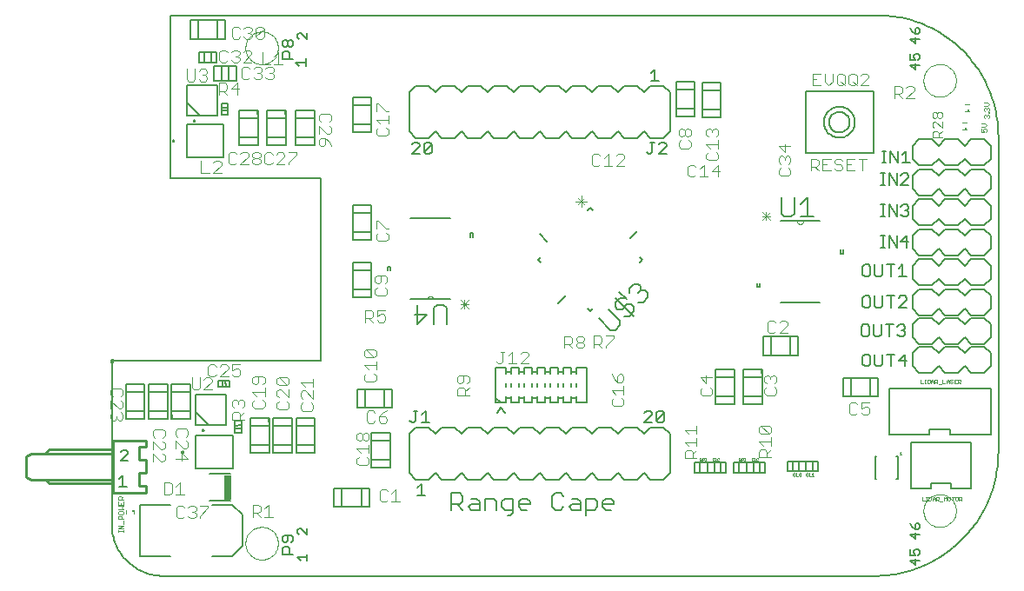
<source format=gto>
G75*
%MOIN*%
%OFA0B0*%
%FSLAX24Y24*%
%IPPOS*%
%LPD*%
%AMOC8*
5,1,8,0,0,1.08239X$1,22.5*
%
%ADD10C,0.0120*%
%ADD11C,0.0060*%
%ADD12C,0.0080*%
%ADD13C,0.0040*%
%ADD14C,0.0000*%
%ADD15C,0.0030*%
%ADD16C,0.0050*%
%ADD17C,0.0010*%
%ADD18C,0.0100*%
%ADD19C,0.0070*%
%ADD20R,0.0266X0.0965*%
%ADD21R,0.0098X0.0089*%
%ADD22C,0.0020*%
%ADD23R,0.0089X0.0098*%
D10*
X003450Y008700D02*
X003452Y008713D01*
X003457Y008725D01*
X003465Y008735D01*
X003475Y008743D01*
X003487Y008748D01*
X003500Y008750D01*
D11*
X003990Y007858D02*
X004710Y007858D01*
X004710Y007558D01*
X004710Y006818D01*
X004710Y006518D01*
X004000Y006518D01*
X003990Y006518D01*
X003990Y007558D01*
X003990Y007858D01*
X003990Y007558D02*
X004710Y007558D01*
X004710Y007428D02*
X004710Y006948D01*
X004710Y006818D02*
X003990Y006818D01*
X004000Y006518D01*
X003990Y006948D02*
X003990Y007428D01*
X004865Y007428D02*
X004865Y006948D01*
X004865Y006818D02*
X004875Y006518D01*
X004865Y006518D01*
X004865Y007558D01*
X004865Y007858D01*
X005585Y007858D01*
X005585Y007558D01*
X005585Y006818D01*
X005585Y006518D01*
X004875Y006518D01*
X004865Y006818D02*
X005585Y006818D01*
X005585Y006948D02*
X005585Y007428D01*
X005585Y007558D02*
X004865Y007558D01*
X005740Y007558D02*
X005740Y006518D01*
X005750Y006518D01*
X006460Y006518D01*
X006460Y006818D01*
X006460Y007558D01*
X006460Y007858D01*
X005740Y007858D01*
X005740Y007558D01*
X006460Y007558D01*
X006460Y007428D02*
X006460Y006948D01*
X006460Y006818D02*
X005740Y006818D01*
X005750Y006518D01*
X005740Y006948D02*
X005740Y007428D01*
X006666Y007465D02*
X006666Y007365D01*
X006666Y007465D02*
X006666Y006285D01*
X007846Y006285D01*
X007846Y007465D01*
X006666Y007465D01*
X006766Y007465D01*
X007536Y007755D02*
X007536Y007995D01*
X007696Y007995D01*
X007806Y007995D01*
X007976Y007995D01*
X007976Y007755D01*
X007816Y007755D01*
X007696Y007755D01*
X007536Y007755D01*
X007696Y007755D02*
X007696Y007995D01*
X007806Y007995D02*
X007816Y007755D01*
X007846Y007465D02*
X007746Y007465D01*
X007846Y007465D02*
X007846Y007365D01*
X008771Y006545D02*
X008771Y006245D01*
X008771Y005505D01*
X008771Y005205D01*
X009491Y005205D01*
X009491Y005505D01*
X009491Y006545D01*
X009481Y006545D01*
X008771Y006545D01*
X008771Y006245D02*
X009491Y006245D01*
X009481Y006545D01*
X009646Y006545D02*
X009646Y006245D01*
X009646Y005505D01*
X009646Y005205D01*
X010366Y005205D01*
X010366Y005505D01*
X010366Y006545D01*
X010356Y006545D01*
X009646Y006545D01*
X009646Y006245D02*
X010366Y006245D01*
X010356Y006545D01*
X010521Y006545D02*
X010521Y006245D01*
X010521Y005505D01*
X010521Y005205D01*
X011241Y005205D01*
X011241Y005505D01*
X011241Y006545D01*
X011231Y006545D01*
X010521Y006545D01*
X010521Y006245D02*
X011241Y006245D01*
X011231Y006545D01*
X011241Y006115D02*
X011241Y005635D01*
X011241Y005505D02*
X010521Y005505D01*
X010521Y005635D02*
X010521Y006115D01*
X010366Y006115D02*
X010366Y005635D01*
X010366Y005505D02*
X009646Y005505D01*
X009646Y005635D02*
X009646Y006115D01*
X009491Y006115D02*
X009491Y005635D01*
X009491Y005505D02*
X008771Y005505D01*
X008771Y005635D02*
X008771Y006115D01*
X008421Y006159D02*
X008421Y006279D01*
X008421Y006439D01*
X008181Y006439D01*
X008181Y006269D01*
X008181Y006159D01*
X008181Y005999D01*
X008421Y005999D01*
X008421Y006159D01*
X008181Y006159D01*
X008181Y006269D02*
X008421Y006279D01*
X008091Y005880D02*
X006671Y005880D01*
X006671Y004620D01*
X008091Y004620D01*
X008091Y005880D01*
X006671Y005880D01*
X006671Y005520D01*
X006201Y005250D02*
X006200Y005259D01*
X006195Y005268D01*
X006189Y005274D01*
X006180Y005279D01*
X006171Y005280D01*
X006162Y005279D01*
X006153Y005274D01*
X006147Y005268D01*
X006142Y005259D01*
X006141Y005250D01*
X006142Y005241D01*
X006147Y005232D01*
X006153Y005226D01*
X006162Y005221D01*
X006171Y005220D01*
X006180Y005221D01*
X006189Y005226D01*
X006195Y005232D01*
X006200Y005241D01*
X006201Y005250D01*
X006200Y005259D01*
X006195Y005268D01*
X006189Y005274D01*
X006180Y005279D01*
X006171Y005280D01*
X006162Y005279D01*
X006153Y005274D01*
X006147Y005268D01*
X006142Y005259D01*
X006141Y005250D01*
X006142Y005241D01*
X006147Y005232D01*
X006153Y005226D01*
X006162Y005221D01*
X006171Y005220D01*
X006180Y005221D01*
X006189Y005226D01*
X006195Y005232D01*
X006200Y005241D01*
X006201Y005250D01*
X006671Y004980D02*
X006671Y004620D01*
X008091Y004620D01*
X008091Y004980D01*
X008091Y005520D02*
X008091Y005880D01*
X007846Y006285D02*
X007846Y006385D01*
X007846Y006285D02*
X007746Y006285D01*
X007166Y006285D02*
X006666Y006785D01*
X006666Y006385D02*
X006666Y006285D01*
X006766Y006285D01*
X006956Y006115D02*
X006947Y006114D01*
X006938Y006109D01*
X006932Y006103D01*
X006927Y006094D01*
X006926Y006085D01*
X006927Y006076D01*
X006932Y006067D01*
X006938Y006061D01*
X006947Y006056D01*
X006956Y006055D01*
X006965Y006056D01*
X006974Y006061D01*
X006980Y006067D01*
X006985Y006076D01*
X006986Y006085D01*
X006985Y006094D01*
X006980Y006103D01*
X006974Y006109D01*
X006965Y006114D01*
X006956Y006115D01*
X006947Y006114D01*
X006938Y006109D01*
X006932Y006103D01*
X006927Y006094D01*
X006926Y006085D01*
X006927Y006076D01*
X006932Y006067D01*
X006938Y006061D01*
X006947Y006056D01*
X006956Y006055D01*
X006965Y006056D01*
X006974Y006061D01*
X006980Y006067D01*
X006985Y006076D01*
X006986Y006085D01*
X006985Y006094D01*
X006980Y006103D01*
X006974Y006109D01*
X006965Y006114D01*
X006956Y006115D01*
X011980Y003870D02*
X011980Y003150D01*
X012280Y003150D01*
X013320Y003150D01*
X013320Y003160D01*
X013320Y003870D01*
X013020Y003870D01*
X012280Y003870D01*
X011980Y003870D01*
X012280Y003870D02*
X012280Y003150D01*
X012410Y003150D02*
X012890Y003150D01*
X013020Y003150D02*
X013320Y003160D01*
X013020Y003150D02*
X013020Y003870D01*
X012890Y003870D02*
X012410Y003870D01*
X013413Y004651D02*
X014133Y004651D01*
X014133Y004951D01*
X014133Y005991D01*
X014123Y005991D01*
X013413Y005991D01*
X013413Y005691D01*
X013413Y004951D01*
X013413Y004651D01*
X013413Y004951D02*
X014133Y004951D01*
X014133Y005081D02*
X014133Y005561D01*
X014133Y005691D02*
X014123Y005991D01*
X014133Y005691D02*
X013413Y005691D01*
X013413Y005561D02*
X013413Y005081D01*
X014850Y004450D02*
X015100Y004200D01*
X015600Y004200D01*
X015850Y004450D01*
X016100Y004200D01*
X016600Y004200D01*
X016850Y004450D01*
X017100Y004200D01*
X017600Y004200D01*
X017850Y004450D01*
X018100Y004200D01*
X018600Y004200D01*
X018850Y004450D01*
X019100Y004200D01*
X019600Y004200D01*
X019850Y004450D01*
X020100Y004200D01*
X020600Y004200D01*
X020850Y004450D01*
X021100Y004200D01*
X021600Y004200D01*
X021850Y004450D01*
X022100Y004200D01*
X022600Y004200D01*
X022850Y004450D01*
X023100Y004200D01*
X023600Y004200D01*
X023850Y004450D01*
X024100Y004200D01*
X024600Y004200D01*
X024850Y004450D01*
X024850Y005950D01*
X024600Y006200D01*
X024100Y006200D01*
X023850Y005950D01*
X023600Y006200D01*
X023100Y006200D01*
X022850Y005950D01*
X022600Y006200D01*
X022100Y006200D01*
X021850Y005950D01*
X021600Y006200D01*
X021100Y006200D01*
X020850Y005950D01*
X020600Y006200D01*
X020100Y006200D01*
X019850Y005950D01*
X019600Y006200D01*
X019100Y006200D01*
X018850Y005950D01*
X018600Y006200D01*
X018100Y006200D01*
X017850Y005950D01*
X017600Y006200D01*
X017100Y006200D01*
X016850Y005950D01*
X016600Y006200D01*
X016100Y006200D01*
X015850Y005950D01*
X015600Y006200D01*
X015100Y006200D01*
X014850Y005950D01*
X014850Y004450D01*
X016480Y003671D02*
X016800Y003671D01*
X016907Y003564D01*
X016907Y003350D01*
X016800Y003244D01*
X016480Y003244D01*
X016694Y003244D02*
X016907Y003030D01*
X017125Y003137D02*
X017231Y003244D01*
X017552Y003244D01*
X017552Y003350D02*
X017552Y003030D01*
X017231Y003030D01*
X017125Y003137D01*
X017445Y003457D02*
X017552Y003350D01*
X017445Y003457D02*
X017231Y003457D01*
X017769Y003457D02*
X018089Y003457D01*
X018196Y003350D01*
X018196Y003030D01*
X018414Y003137D02*
X018520Y003030D01*
X018841Y003030D01*
X018841Y002923D02*
X018841Y003457D01*
X018520Y003457D01*
X018414Y003350D01*
X018414Y003137D01*
X018627Y002816D02*
X018734Y002816D01*
X018841Y002923D01*
X019058Y003137D02*
X019058Y003350D01*
X019165Y003457D01*
X019378Y003457D01*
X019485Y003350D01*
X019485Y003244D01*
X019058Y003244D01*
X019058Y003137D02*
X019165Y003030D01*
X019378Y003030D01*
X020347Y003137D02*
X020347Y003564D01*
X020454Y003671D01*
X020668Y003671D01*
X020774Y003564D01*
X021099Y003457D02*
X021312Y003457D01*
X021419Y003350D01*
X021419Y003030D01*
X021099Y003030D01*
X020992Y003137D01*
X021099Y003244D01*
X021419Y003244D01*
X021636Y003457D02*
X021957Y003457D01*
X022063Y003350D01*
X022063Y003137D01*
X021957Y003030D01*
X021636Y003030D01*
X021636Y002816D02*
X021636Y003457D01*
X022281Y003350D02*
X022388Y003457D01*
X022601Y003457D01*
X022708Y003350D01*
X022708Y003244D01*
X022281Y003244D01*
X022281Y003350D02*
X022281Y003137D01*
X022388Y003030D01*
X022601Y003030D01*
X020774Y003137D02*
X020668Y003030D01*
X020454Y003030D01*
X020347Y003137D01*
X017769Y003030D02*
X017769Y003457D01*
X016480Y003671D02*
X016480Y003030D01*
X010920Y002323D02*
X010920Y002096D01*
X010693Y002323D01*
X010636Y002323D01*
X010580Y002266D01*
X010580Y002153D01*
X010636Y002096D01*
X010920Y001323D02*
X010920Y001096D01*
X010920Y001209D02*
X010580Y001209D01*
X010693Y001096D01*
X012866Y006944D02*
X012866Y007664D01*
X013166Y007664D01*
X013906Y007664D01*
X014206Y007664D01*
X014206Y006954D01*
X014206Y006944D01*
X013166Y006944D01*
X012866Y006944D01*
X013166Y006944D02*
X013166Y007664D01*
X013296Y007664D02*
X013776Y007664D01*
X013906Y007664D02*
X013906Y006944D01*
X014206Y006954D01*
X013776Y006944D02*
X013296Y006944D01*
X013410Y011180D02*
X012700Y011180D01*
X012690Y011180D01*
X012690Y012220D01*
X012690Y012520D01*
X013410Y012520D01*
X013410Y012220D01*
X013410Y011480D01*
X013410Y011180D01*
X013410Y011480D02*
X012690Y011480D01*
X012700Y011180D01*
X012690Y011610D02*
X012690Y012090D01*
X012690Y012220D02*
X013410Y012220D01*
X013410Y012090D02*
X013410Y011610D01*
X014030Y012210D02*
X014030Y012360D01*
X014130Y012360D01*
X014130Y012210D01*
X014910Y011110D02*
X015550Y011110D01*
X015790Y011110D01*
X016430Y011110D01*
X019814Y012632D02*
X019913Y012533D01*
X019814Y012632D02*
X019913Y012731D01*
X020139Y013325D02*
X019857Y013608D01*
X021709Y014527D02*
X021808Y014626D01*
X021907Y014527D01*
X023335Y013452D02*
X023611Y013728D01*
X023703Y012731D02*
X023802Y012632D01*
X023703Y012533D01*
X022911Y011387D02*
X023187Y011112D01*
X021907Y010737D02*
X021808Y010638D01*
X021709Y010737D01*
X020854Y011239D02*
X020571Y010956D01*
X017310Y013490D02*
X017310Y013640D01*
X017210Y013640D01*
X017210Y013490D01*
X016430Y014230D02*
X014910Y014230D01*
X013410Y014290D02*
X013410Y013810D01*
X013410Y013680D02*
X013410Y014420D01*
X013410Y014720D01*
X012690Y014720D01*
X012690Y014420D01*
X012690Y013380D01*
X012700Y013380D01*
X013410Y013380D01*
X013410Y013680D01*
X012690Y013680D01*
X012700Y013380D01*
X012690Y013810D02*
X012690Y014290D01*
X012690Y014420D02*
X013410Y014420D01*
X011231Y017023D02*
X010511Y017023D01*
X010511Y017323D01*
X010511Y018063D01*
X010511Y018363D01*
X011221Y018363D01*
X011231Y018363D01*
X011231Y017323D01*
X011231Y017023D01*
X011231Y017323D02*
X010511Y017323D01*
X010511Y017453D02*
X010511Y017933D01*
X010511Y018063D02*
X011231Y018063D01*
X011221Y018363D01*
X011231Y017933D02*
X011231Y017453D01*
X010116Y017443D02*
X010116Y017923D01*
X010116Y018053D02*
X010106Y018353D01*
X010116Y018353D01*
X010116Y017313D01*
X010116Y017013D01*
X009396Y017013D01*
X009396Y017313D01*
X009396Y018053D01*
X009396Y018353D01*
X010106Y018353D01*
X010116Y018053D02*
X009396Y018053D01*
X009396Y017923D02*
X009396Y017443D01*
X009396Y017313D02*
X010116Y017313D01*
X009051Y017321D02*
X009051Y017021D01*
X008331Y017021D01*
X008331Y017321D01*
X008331Y018061D01*
X008331Y018361D01*
X009041Y018361D01*
X009051Y018361D01*
X009051Y017321D01*
X008331Y017321D01*
X008331Y017451D02*
X008331Y017931D01*
X008331Y018061D02*
X009051Y018061D01*
X009041Y018361D01*
X009051Y017931D02*
X009051Y017451D01*
X007736Y017450D02*
X007736Y017810D01*
X006316Y017810D01*
X006316Y016550D01*
X007736Y016550D01*
X007736Y017810D01*
X006316Y017810D01*
X006316Y017450D01*
X005846Y017180D02*
X005845Y017189D01*
X005840Y017198D01*
X005834Y017204D01*
X005825Y017209D01*
X005816Y017210D01*
X005807Y017209D01*
X005798Y017204D01*
X005792Y017198D01*
X005787Y017189D01*
X005786Y017180D01*
X005787Y017171D01*
X005792Y017162D01*
X005798Y017156D01*
X005807Y017151D01*
X005816Y017150D01*
X005825Y017151D01*
X005834Y017156D01*
X005840Y017162D01*
X005845Y017171D01*
X005846Y017180D01*
X005845Y017189D01*
X005840Y017198D01*
X005834Y017204D01*
X005825Y017209D01*
X005816Y017210D01*
X005807Y017209D01*
X005798Y017204D01*
X005792Y017198D01*
X005787Y017189D01*
X005786Y017180D01*
X005787Y017171D01*
X005792Y017162D01*
X005798Y017156D01*
X005807Y017151D01*
X005816Y017150D01*
X005825Y017151D01*
X005834Y017156D01*
X005840Y017162D01*
X005845Y017171D01*
X005846Y017180D01*
X006316Y016910D02*
X006316Y016550D01*
X007736Y016550D01*
X007736Y016910D01*
X006618Y017916D02*
X006609Y017917D01*
X006600Y017922D01*
X006594Y017928D01*
X006589Y017937D01*
X006588Y017946D01*
X006589Y017955D01*
X006594Y017964D01*
X006600Y017970D01*
X006609Y017975D01*
X006618Y017976D01*
X006627Y017975D01*
X006636Y017970D01*
X006642Y017964D01*
X006647Y017955D01*
X006648Y017946D01*
X006647Y017937D01*
X006642Y017928D01*
X006636Y017922D01*
X006627Y017917D01*
X006618Y017916D01*
X006609Y017917D01*
X006600Y017922D01*
X006594Y017928D01*
X006589Y017937D01*
X006588Y017946D01*
X006589Y017955D01*
X006594Y017964D01*
X006600Y017970D01*
X006609Y017975D01*
X006618Y017976D01*
X006627Y017975D01*
X006636Y017970D01*
X006642Y017964D01*
X006647Y017955D01*
X006648Y017946D01*
X006647Y017937D01*
X006642Y017928D01*
X006636Y017922D01*
X006627Y017917D01*
X006618Y017916D01*
X006428Y018146D02*
X006328Y018146D01*
X007508Y018146D01*
X007508Y019326D01*
X006328Y019326D01*
X006328Y018146D01*
X006328Y018246D01*
X006328Y018646D02*
X006828Y018146D01*
X007408Y018146D02*
X007508Y018146D01*
X007508Y018246D01*
X007668Y018188D02*
X007908Y018188D01*
X007908Y018358D01*
X007908Y018468D01*
X007908Y018628D01*
X007668Y018628D01*
X007668Y018468D01*
X007668Y018348D01*
X007668Y018188D01*
X007668Y018348D02*
X007908Y018358D01*
X007908Y018468D02*
X007668Y018468D01*
X007508Y019226D02*
X007508Y019326D01*
X007408Y019326D01*
X007349Y019498D02*
X007349Y020058D01*
X007649Y020058D01*
X008229Y020058D01*
X008229Y019498D01*
X007929Y019498D01*
X007649Y019498D01*
X007349Y019498D01*
X007649Y019498D02*
X007649Y020058D01*
X007473Y020191D02*
X007473Y020571D01*
X007273Y020571D01*
X006993Y020571D01*
X006793Y020571D01*
X006793Y020191D01*
X006993Y020191D01*
X007273Y020191D01*
X007473Y020191D01*
X007273Y020191D02*
X007273Y020571D01*
X006993Y020571D02*
X006993Y020191D01*
X007929Y020058D02*
X008229Y020068D01*
X008229Y020058D01*
X007929Y020058D02*
X007929Y019498D01*
X006428Y019326D02*
X006328Y019326D01*
X006328Y019226D01*
X006451Y021091D02*
X006451Y021811D01*
X006751Y021811D01*
X007491Y021811D01*
X007791Y021811D01*
X007791Y021101D01*
X007791Y021091D01*
X006751Y021091D01*
X006451Y021091D01*
X006751Y021091D02*
X006751Y021811D01*
X006881Y021811D02*
X007361Y021811D01*
X007491Y021811D02*
X007491Y021091D01*
X007791Y021101D01*
X007361Y021091D02*
X006881Y021091D01*
X010580Y021153D02*
X010636Y021096D01*
X010580Y021153D02*
X010580Y021266D01*
X010636Y021323D01*
X010693Y021323D01*
X010920Y021096D01*
X010920Y021323D01*
X012690Y018870D02*
X013410Y018870D01*
X013410Y018570D01*
X013410Y017830D01*
X013410Y017530D01*
X012700Y017530D01*
X012690Y017530D01*
X012690Y018570D01*
X012690Y018870D01*
X012690Y018570D02*
X013410Y018570D01*
X013410Y018440D02*
X013410Y017960D01*
X013410Y017830D02*
X012690Y017830D01*
X012700Y017530D01*
X012690Y017960D02*
X012690Y018440D01*
X014850Y019050D02*
X014850Y017550D01*
X015100Y017300D01*
X015600Y017300D01*
X015850Y017550D01*
X016100Y017300D01*
X016600Y017300D01*
X016850Y017550D01*
X017100Y017300D01*
X017600Y017300D01*
X017850Y017550D01*
X018100Y017300D01*
X018600Y017300D01*
X018850Y017550D01*
X019100Y017300D01*
X019600Y017300D01*
X019850Y017550D01*
X020100Y017300D01*
X020600Y017300D01*
X020850Y017550D01*
X021100Y017300D01*
X021600Y017300D01*
X021850Y017550D01*
X022100Y017300D01*
X022600Y017300D01*
X022850Y017550D01*
X023100Y017300D01*
X023600Y017300D01*
X023850Y017550D01*
X024100Y017300D01*
X024600Y017300D01*
X024850Y017550D01*
X024850Y019050D01*
X024600Y019300D01*
X024100Y019300D01*
X023850Y019050D01*
X023600Y019300D01*
X023100Y019300D01*
X022850Y019050D01*
X022600Y019300D01*
X022100Y019300D01*
X021850Y019050D01*
X021600Y019300D01*
X021100Y019300D01*
X020850Y019050D01*
X020600Y019300D01*
X020100Y019300D01*
X019850Y019050D01*
X019600Y019300D01*
X019100Y019300D01*
X018850Y019050D01*
X018600Y019300D01*
X018100Y019300D01*
X017850Y019050D01*
X017600Y019300D01*
X017100Y019300D01*
X016850Y019050D01*
X016600Y019300D01*
X016100Y019300D01*
X015850Y019050D01*
X015600Y019300D01*
X015100Y019300D01*
X014850Y019050D01*
X025090Y019040D02*
X025090Y018560D01*
X025090Y018430D02*
X025100Y018130D01*
X025090Y018130D01*
X025090Y019170D01*
X025090Y019470D01*
X025810Y019470D01*
X025810Y019170D01*
X025810Y018430D01*
X025810Y018130D01*
X025100Y018130D01*
X025090Y018430D02*
X025810Y018430D01*
X025810Y018560D02*
X025810Y019040D01*
X025810Y019170D02*
X025090Y019170D01*
X026090Y019120D02*
X026090Y018080D01*
X026100Y018080D01*
X026810Y018080D01*
X026810Y018380D01*
X026810Y019120D01*
X026810Y019420D01*
X026090Y019420D01*
X026090Y019120D01*
X026810Y019120D01*
X026810Y018990D02*
X026810Y018510D01*
X026810Y018380D02*
X026090Y018380D01*
X026100Y018080D01*
X026090Y018510D02*
X026090Y018990D01*
X029090Y014110D02*
X029730Y014110D01*
X029970Y014110D01*
X030610Y014110D01*
X031390Y013010D02*
X031390Y012860D01*
X031490Y012860D01*
X031490Y013010D01*
X030610Y010990D02*
X029090Y010990D01*
X028310Y011580D02*
X028310Y011730D01*
X028210Y011730D02*
X028210Y011580D01*
X028310Y011580D01*
X028420Y009690D02*
X028420Y009680D01*
X028420Y008970D01*
X028720Y008970D01*
X029460Y008970D01*
X029760Y008970D01*
X029760Y009690D01*
X029460Y009690D01*
X028420Y009690D01*
X028420Y009680D02*
X028720Y009690D01*
X028720Y008970D01*
X028850Y008970D02*
X029330Y008970D01*
X029460Y008970D02*
X029460Y009690D01*
X029330Y009690D02*
X028850Y009690D01*
X028390Y008430D02*
X028380Y008430D01*
X027670Y008430D01*
X027670Y008130D01*
X027670Y007390D01*
X027670Y007090D01*
X028390Y007090D01*
X028390Y007390D01*
X028390Y008430D01*
X028380Y008430D02*
X028390Y008130D01*
X027670Y008130D01*
X027670Y008000D02*
X027670Y007520D01*
X027670Y007390D02*
X028390Y007390D01*
X028390Y007520D02*
X028390Y008000D01*
X027330Y007990D02*
X027330Y007510D01*
X027330Y007380D02*
X027330Y008420D01*
X027320Y008420D01*
X026610Y008420D01*
X026610Y008120D01*
X026610Y007380D01*
X026610Y007080D01*
X027330Y007080D01*
X027330Y007380D01*
X026610Y007380D01*
X026610Y007510D02*
X026610Y007990D01*
X026610Y008120D02*
X027330Y008120D01*
X027320Y008420D01*
X031483Y008096D02*
X031483Y008086D01*
X031483Y007376D01*
X031783Y007376D01*
X032523Y007376D01*
X032823Y007376D01*
X032823Y008096D01*
X032523Y008096D01*
X031483Y008096D01*
X031483Y008086D02*
X031783Y008096D01*
X031783Y007376D01*
X031913Y007376D02*
X032393Y007376D01*
X032523Y007376D02*
X032523Y008096D01*
X032393Y008096D02*
X031913Y008096D01*
X030540Y004890D02*
X030540Y004510D01*
X030340Y004510D01*
X030060Y004510D01*
X029799Y004510D01*
X029560Y004510D01*
X029360Y004510D01*
X029360Y004890D01*
X029560Y004890D01*
X029799Y004890D01*
X029799Y004510D01*
X029560Y004510D02*
X029560Y004890D01*
X029799Y004890D02*
X030060Y004890D01*
X030340Y004890D01*
X030540Y004890D01*
X030340Y004890D02*
X030340Y004510D01*
X030060Y004510D02*
X030060Y004890D01*
X028490Y004840D02*
X028490Y004460D01*
X028290Y004460D01*
X028051Y004460D01*
X028051Y004840D01*
X028290Y004840D01*
X028490Y004840D01*
X028290Y004840D02*
X028290Y004460D01*
X028051Y004460D02*
X027790Y004460D01*
X027510Y004460D01*
X027310Y004460D01*
X027310Y004840D01*
X027510Y004840D01*
X027790Y004840D01*
X028051Y004840D01*
X027790Y004840D02*
X027790Y004460D01*
X027510Y004460D02*
X027510Y004840D01*
X026990Y004840D02*
X026990Y004460D01*
X026790Y004460D01*
X026551Y004460D01*
X026510Y004460D01*
X026290Y004460D01*
X026010Y004460D01*
X025810Y004460D01*
X025810Y004840D01*
X026010Y004840D01*
X026290Y004840D01*
X026510Y004840D01*
X026551Y004840D01*
X026790Y004840D01*
X026990Y004840D01*
X026790Y004840D02*
X026790Y004460D01*
X026551Y004460D02*
X026551Y004840D01*
X026290Y004840D02*
X026290Y004460D01*
X026010Y004460D02*
X026010Y004840D01*
X034080Y002507D02*
X034136Y002393D01*
X034250Y002280D01*
X034250Y002450D01*
X034307Y002507D01*
X034363Y002507D01*
X034420Y002450D01*
X034420Y002337D01*
X034363Y002280D01*
X034250Y002280D01*
X034250Y002139D02*
X034250Y001912D01*
X034080Y002082D01*
X034420Y002082D01*
X034363Y001507D02*
X034420Y001450D01*
X034420Y001337D01*
X034363Y001280D01*
X034250Y001280D02*
X034193Y001393D01*
X034193Y001450D01*
X034250Y001507D01*
X034363Y001507D01*
X034250Y001280D02*
X034080Y001280D01*
X034080Y001507D01*
X034250Y001139D02*
X034250Y000912D01*
X034080Y001082D01*
X034420Y001082D01*
X034250Y019912D02*
X034250Y020139D01*
X034250Y020280D02*
X034193Y020393D01*
X034193Y020450D01*
X034250Y020507D01*
X034363Y020507D01*
X034420Y020450D01*
X034420Y020337D01*
X034363Y020280D01*
X034250Y020280D02*
X034080Y020280D01*
X034080Y020507D01*
X034250Y020912D02*
X034250Y021139D01*
X034250Y021280D02*
X034250Y021450D01*
X034307Y021507D01*
X034363Y021507D01*
X034420Y021450D01*
X034420Y021337D01*
X034363Y021280D01*
X034250Y021280D01*
X034136Y021393D01*
X034080Y021507D01*
X034080Y021082D02*
X034250Y020912D01*
X034420Y021082D02*
X034080Y021082D01*
X034080Y020082D02*
X034250Y019912D01*
X034420Y020082D02*
X034080Y020082D01*
D12*
X032800Y022000D02*
X005700Y022000D01*
X005700Y015750D01*
X011450Y015750D01*
X011450Y008750D01*
X003500Y008750D01*
X003450Y008750D02*
X003450Y002469D01*
X004531Y003234D02*
X004531Y001266D01*
X005713Y001266D01*
X005419Y000500D02*
X032700Y000500D01*
X034089Y003864D02*
X034856Y003864D01*
X034856Y004061D01*
X035644Y004061D01*
X035644Y003864D01*
X036411Y003864D01*
X036411Y005636D01*
X034089Y005636D01*
X034089Y003864D01*
X037450Y005250D02*
X037448Y005114D01*
X037442Y004979D01*
X037433Y004844D01*
X037419Y004709D01*
X037402Y004574D01*
X037380Y004440D01*
X037355Y004307D01*
X037327Y004174D01*
X037294Y004042D01*
X037258Y003912D01*
X037218Y003782D01*
X037174Y003654D01*
X037126Y003527D01*
X037075Y003401D01*
X037021Y003277D01*
X036963Y003154D01*
X036901Y003033D01*
X036836Y002914D01*
X036768Y002797D01*
X036696Y002682D01*
X036621Y002569D01*
X036543Y002458D01*
X036462Y002349D01*
X036377Y002243D01*
X036290Y002139D01*
X036200Y002038D01*
X036106Y001940D01*
X036010Y001844D01*
X035912Y001750D01*
X035811Y001660D01*
X035707Y001573D01*
X035601Y001488D01*
X035492Y001407D01*
X035381Y001329D01*
X035268Y001254D01*
X035153Y001182D01*
X035036Y001114D01*
X034917Y001049D01*
X034796Y000987D01*
X034673Y000929D01*
X034549Y000875D01*
X034423Y000824D01*
X034296Y000776D01*
X034168Y000732D01*
X034038Y000692D01*
X033908Y000656D01*
X033776Y000623D01*
X033643Y000595D01*
X033510Y000570D01*
X033376Y000548D01*
X033241Y000531D01*
X033106Y000517D01*
X032971Y000508D01*
X032836Y000502D01*
X032700Y000500D01*
X037450Y005250D02*
X037450Y017350D01*
X037150Y017000D02*
X036900Y017250D01*
X036400Y017250D01*
X036150Y017000D01*
X035900Y017250D01*
X035400Y017250D01*
X035150Y017000D01*
X034900Y017250D01*
X034400Y017250D01*
X034150Y017000D01*
X034150Y016500D01*
X034400Y016250D01*
X034900Y016250D01*
X035150Y016500D01*
X035400Y016250D01*
X035900Y016250D01*
X036150Y016500D01*
X036400Y016250D01*
X036900Y016250D01*
X037150Y016500D01*
X037150Y017000D01*
X036900Y016100D02*
X036400Y016100D01*
X036150Y015850D01*
X035900Y016100D01*
X035400Y016100D01*
X035150Y015850D01*
X034900Y016100D01*
X034400Y016100D01*
X034150Y015850D01*
X034150Y015350D01*
X034400Y015100D01*
X034900Y015100D01*
X035150Y015350D01*
X035400Y015100D01*
X035900Y015100D01*
X036150Y015350D01*
X036400Y015100D01*
X036900Y015100D01*
X037150Y015350D01*
X037150Y015850D01*
X036900Y016100D01*
X036900Y014950D02*
X036400Y014950D01*
X036150Y014700D01*
X035900Y014950D01*
X035400Y014950D01*
X035150Y014700D01*
X034900Y014950D01*
X034400Y014950D01*
X034150Y014700D01*
X034150Y014200D01*
X034400Y013950D01*
X034900Y013950D01*
X035150Y014200D01*
X035400Y013950D01*
X035900Y013950D01*
X036150Y014200D01*
X036400Y013950D01*
X036900Y013950D01*
X037150Y014200D01*
X037150Y014700D01*
X036900Y014950D01*
X036900Y013800D02*
X036400Y013800D01*
X036150Y013550D01*
X035900Y013800D01*
X035400Y013800D01*
X035150Y013550D01*
X034900Y013800D01*
X034400Y013800D01*
X034150Y013550D01*
X034150Y013050D01*
X034400Y012800D01*
X034900Y012800D01*
X035150Y013050D01*
X035400Y012800D01*
X035900Y012800D01*
X036150Y013050D01*
X036400Y012800D01*
X036900Y012800D01*
X037150Y013050D01*
X037150Y013550D01*
X036900Y013800D01*
X036900Y012650D02*
X036400Y012650D01*
X036150Y012400D01*
X035900Y012650D01*
X035400Y012650D01*
X035150Y012400D01*
X034900Y012650D01*
X034400Y012650D01*
X034150Y012400D01*
X034150Y011900D01*
X034400Y011650D01*
X034900Y011650D01*
X035150Y011900D01*
X035400Y011650D01*
X035900Y011650D01*
X036150Y011900D01*
X036400Y011650D01*
X036900Y011650D01*
X037150Y011900D01*
X037150Y012400D01*
X036900Y012650D01*
X036900Y011500D02*
X036400Y011500D01*
X036150Y011250D01*
X035900Y011500D01*
X035400Y011500D01*
X035150Y011250D01*
X034900Y011500D01*
X034400Y011500D01*
X034150Y011250D01*
X034150Y010750D01*
X034400Y010500D01*
X034900Y010500D01*
X035150Y010750D01*
X035400Y010500D01*
X035900Y010500D01*
X036150Y010750D01*
X036400Y010500D01*
X036900Y010500D01*
X037150Y010750D01*
X037150Y011250D01*
X036900Y011500D01*
X036900Y010400D02*
X036400Y010400D01*
X036150Y010150D01*
X035900Y010400D01*
X035400Y010400D01*
X035150Y010150D01*
X034900Y010400D01*
X034400Y010400D01*
X034150Y010150D01*
X034150Y009650D01*
X034400Y009400D01*
X034900Y009400D01*
X035150Y009650D01*
X035400Y009400D01*
X035900Y009400D01*
X036150Y009650D01*
X036400Y009400D01*
X036900Y009400D01*
X037150Y009650D01*
X037150Y010150D01*
X036900Y010400D01*
X036900Y009300D02*
X036400Y009300D01*
X036150Y009050D01*
X035900Y009300D01*
X035400Y009300D01*
X035150Y009050D01*
X034900Y009300D01*
X034400Y009300D01*
X034150Y009050D01*
X034150Y008550D01*
X034400Y008300D01*
X034900Y008300D01*
X035150Y008550D01*
X035400Y008300D01*
X035900Y008300D01*
X036150Y008550D01*
X036400Y008300D01*
X036900Y008300D01*
X037150Y008550D01*
X037150Y009050D01*
X036900Y009300D01*
X037149Y007686D02*
X037149Y005914D01*
X035594Y005914D01*
X035594Y006111D01*
X034806Y006111D01*
X034806Y005914D01*
X033251Y005914D01*
X033251Y007686D01*
X037149Y007686D01*
X030374Y014275D02*
X029880Y014275D01*
X030127Y014275D02*
X030127Y015016D01*
X029880Y014769D01*
X029619Y015016D02*
X029619Y014398D01*
X029495Y014275D01*
X029248Y014275D01*
X029125Y014398D01*
X029125Y015016D01*
X032800Y022000D02*
X032935Y021998D01*
X033070Y021992D01*
X033205Y021982D01*
X033340Y021969D01*
X033474Y021951D01*
X033607Y021929D01*
X033740Y021904D01*
X033872Y021875D01*
X034004Y021842D01*
X034134Y021805D01*
X034263Y021764D01*
X034390Y021720D01*
X034517Y021671D01*
X034642Y021620D01*
X034765Y021564D01*
X034887Y021505D01*
X035007Y021443D01*
X035125Y021377D01*
X035241Y021308D01*
X035355Y021235D01*
X035467Y021159D01*
X035577Y021080D01*
X035684Y020998D01*
X035789Y020912D01*
X035891Y020824D01*
X035991Y020732D01*
X036088Y020638D01*
X036182Y020541D01*
X036274Y020441D01*
X036362Y020339D01*
X036448Y020234D01*
X036530Y020127D01*
X036609Y020017D01*
X036685Y019905D01*
X036758Y019791D01*
X036827Y019675D01*
X036893Y019557D01*
X036955Y019437D01*
X037014Y019315D01*
X037070Y019192D01*
X037121Y019067D01*
X037170Y018940D01*
X037214Y018813D01*
X037255Y018684D01*
X037292Y018554D01*
X037325Y018422D01*
X037354Y018290D01*
X037379Y018157D01*
X037401Y018024D01*
X037419Y017890D01*
X037432Y017755D01*
X037442Y017620D01*
X037448Y017485D01*
X037450Y017350D01*
X023992Y011352D02*
X023992Y011177D01*
X023817Y011003D01*
X023643Y011003D01*
X023458Y010818D02*
X023370Y010905D01*
X023196Y010905D01*
X023021Y010731D01*
X022847Y010731D01*
X022759Y010818D01*
X022759Y010992D01*
X022934Y011167D01*
X023109Y011167D01*
X023293Y011352D02*
X023293Y011526D01*
X023468Y011701D01*
X023643Y011701D01*
X023730Y011614D01*
X023730Y011439D01*
X023904Y011439D01*
X023992Y011352D01*
X023730Y011439D02*
X023643Y011352D01*
X023458Y010469D02*
X022759Y011167D01*
X022487Y010720D02*
X022924Y010284D01*
X022924Y010109D01*
X022749Y009935D01*
X022575Y009935D01*
X022138Y010371D01*
X023109Y010469D02*
X023283Y010469D01*
X023458Y010643D01*
X023458Y010818D01*
X016300Y010777D02*
X016300Y010159D01*
X015806Y010159D02*
X015806Y010777D01*
X015930Y010900D01*
X016177Y010900D01*
X016300Y010777D01*
X015545Y010530D02*
X015051Y010530D01*
X015175Y010900D02*
X015175Y010159D01*
X015545Y010530D01*
X008007Y004412D02*
X007196Y004412D01*
X007196Y003388D02*
X008007Y003388D01*
X008075Y003234D02*
X008469Y002841D01*
X008469Y001659D01*
X008075Y001266D01*
X007287Y001266D01*
X005419Y000500D02*
X005333Y000502D01*
X005247Y000507D01*
X005162Y000517D01*
X005077Y000530D01*
X004993Y000547D01*
X004909Y000567D01*
X004827Y000591D01*
X004746Y000619D01*
X004665Y000650D01*
X004587Y000684D01*
X004510Y000722D01*
X004434Y000764D01*
X004361Y000808D01*
X004290Y000856D01*
X004220Y000907D01*
X004153Y000961D01*
X004089Y001017D01*
X004027Y001077D01*
X003967Y001139D01*
X003911Y001203D01*
X003857Y001270D01*
X003806Y001340D01*
X003758Y001411D01*
X003714Y001485D01*
X003672Y001560D01*
X003634Y001637D01*
X003600Y001715D01*
X003569Y001796D01*
X003541Y001877D01*
X003517Y001959D01*
X003497Y002043D01*
X003480Y002127D01*
X003467Y002212D01*
X003457Y002297D01*
X003452Y002383D01*
X003450Y002469D01*
X004531Y003234D02*
X005713Y003234D01*
X007287Y003234D02*
X008075Y003234D01*
X009990Y002000D02*
X009990Y001860D01*
X010060Y001790D01*
X010130Y001790D01*
X010200Y001860D01*
X010200Y002070D01*
X010340Y002070D02*
X010060Y002070D01*
X009990Y002000D01*
X010340Y002070D02*
X010410Y002000D01*
X010410Y001860D01*
X010340Y001790D01*
X010200Y001610D02*
X010270Y001540D01*
X010270Y001330D01*
X010410Y001330D02*
X009990Y001330D01*
X009990Y001540D01*
X010060Y001610D01*
X010200Y001610D01*
X010630Y020060D02*
X010490Y020200D01*
X010910Y020200D01*
X010910Y020060D02*
X010910Y020340D01*
X010410Y020330D02*
X009990Y020330D01*
X009990Y020540D01*
X010060Y020610D01*
X010200Y020610D01*
X010270Y020540D01*
X010270Y020330D01*
X010270Y020790D02*
X010200Y020860D01*
X010200Y021000D01*
X010270Y021070D01*
X010340Y021070D01*
X010410Y021000D01*
X010410Y020860D01*
X010340Y020790D01*
X010270Y020790D01*
X010200Y020860D02*
X010130Y020790D01*
X010060Y020790D01*
X009990Y020860D01*
X009990Y021000D01*
X010060Y021070D01*
X010130Y021070D01*
X010200Y021000D01*
D13*
X013595Y018617D02*
X013671Y018617D01*
X013978Y018310D01*
X014055Y018310D01*
X014055Y018156D02*
X014055Y017849D01*
X014055Y018003D02*
X013595Y018003D01*
X013748Y017849D01*
X013671Y017696D02*
X013595Y017619D01*
X013595Y017466D01*
X013671Y017389D01*
X013978Y017389D01*
X014055Y017466D01*
X014055Y017619D01*
X013978Y017696D01*
X013595Y018310D02*
X013595Y018617D01*
X013595Y014117D02*
X013671Y014117D01*
X013978Y013810D01*
X014055Y013810D01*
X013978Y013656D02*
X014055Y013579D01*
X014055Y013426D01*
X013978Y013349D01*
X013671Y013349D01*
X013595Y013426D01*
X013595Y013579D01*
X013671Y013656D01*
X013595Y013810D02*
X013595Y014117D01*
X013621Y012017D02*
X013545Y011940D01*
X013545Y011786D01*
X013621Y011710D01*
X013698Y011710D01*
X013775Y011786D01*
X013775Y012017D01*
X013928Y012017D02*
X013621Y012017D01*
X013928Y012017D02*
X014005Y011940D01*
X014005Y011786D01*
X013928Y011710D01*
X013928Y011556D02*
X014005Y011479D01*
X014005Y011326D01*
X013928Y011249D01*
X013621Y011249D01*
X013545Y011326D01*
X013545Y011479D01*
X013621Y011556D01*
X013620Y010690D02*
X013620Y010460D01*
X013773Y010537D01*
X013850Y010537D01*
X013927Y010460D01*
X013927Y010307D01*
X013850Y010230D01*
X013696Y010230D01*
X013620Y010307D01*
X013466Y010230D02*
X013313Y010383D01*
X013389Y010383D02*
X013159Y010383D01*
X013159Y010230D02*
X013159Y010690D01*
X013389Y010690D01*
X013466Y010614D01*
X013466Y010460D01*
X013389Y010383D01*
X013620Y010690D02*
X013927Y010690D01*
X013513Y009187D02*
X013206Y009187D01*
X013513Y008880D01*
X013590Y008956D01*
X013590Y009110D01*
X013513Y009187D01*
X013206Y009187D02*
X013130Y009110D01*
X013130Y008956D01*
X013206Y008880D01*
X013513Y008880D01*
X013590Y008726D02*
X013590Y008419D01*
X013590Y008573D02*
X013130Y008573D01*
X013283Y008419D01*
X013206Y008266D02*
X013130Y008189D01*
X013130Y008036D01*
X013206Y007959D01*
X013513Y007959D01*
X013590Y008036D01*
X013590Y008189D01*
X013513Y008266D01*
X016690Y008111D02*
X016690Y007957D01*
X016766Y007880D01*
X016843Y007880D01*
X016920Y007957D01*
X016920Y008187D01*
X017073Y008187D02*
X016766Y008187D01*
X016690Y008111D01*
X017073Y008187D02*
X017150Y008111D01*
X017150Y007957D01*
X017073Y007880D01*
X017150Y007727D02*
X016997Y007573D01*
X016997Y007650D02*
X016997Y007420D01*
X017150Y007420D02*
X016690Y007420D01*
X016690Y007650D01*
X016766Y007727D01*
X016920Y007727D01*
X016997Y007650D01*
X018200Y008717D02*
X018277Y008640D01*
X018353Y008640D01*
X018430Y008717D01*
X018430Y009100D01*
X018353Y009100D02*
X018507Y009100D01*
X018660Y008947D02*
X018814Y009100D01*
X018814Y008640D01*
X018967Y008640D02*
X018660Y008640D01*
X019121Y008640D02*
X019428Y008947D01*
X019428Y009024D01*
X019351Y009100D01*
X019198Y009100D01*
X019121Y009024D01*
X019121Y008640D02*
X019428Y008640D01*
X020800Y009240D02*
X020800Y009700D01*
X021030Y009700D01*
X021107Y009624D01*
X021107Y009470D01*
X021030Y009393D01*
X020800Y009393D01*
X020953Y009393D02*
X021107Y009240D01*
X021260Y009317D02*
X021260Y009393D01*
X021337Y009470D01*
X021491Y009470D01*
X021567Y009393D01*
X021567Y009317D01*
X021491Y009240D01*
X021337Y009240D01*
X021260Y009317D01*
X021337Y009470D02*
X021260Y009547D01*
X021260Y009624D01*
X021337Y009700D01*
X021491Y009700D01*
X021567Y009624D01*
X021567Y009547D01*
X021491Y009470D01*
X021940Y009403D02*
X022170Y009403D01*
X022247Y009480D01*
X022247Y009634D01*
X022170Y009710D01*
X021940Y009710D01*
X021940Y009250D01*
X022093Y009403D02*
X022247Y009250D01*
X022400Y009250D02*
X022400Y009327D01*
X022707Y009634D01*
X022707Y009710D01*
X022400Y009710D01*
X022615Y008237D02*
X022691Y008083D01*
X022845Y007930D01*
X022845Y008160D01*
X022922Y008237D01*
X022998Y008237D01*
X023075Y008160D01*
X023075Y008006D01*
X022998Y007930D01*
X022845Y007930D01*
X023075Y007776D02*
X023075Y007469D01*
X023075Y007623D02*
X022615Y007623D01*
X022768Y007469D01*
X022691Y007316D02*
X022615Y007239D01*
X022615Y007086D01*
X022691Y007009D01*
X022998Y007009D01*
X023075Y007086D01*
X023075Y007239D01*
X022998Y007316D01*
X025420Y006094D02*
X025573Y005941D01*
X025420Y006094D02*
X025880Y006094D01*
X025880Y005941D02*
X025880Y006248D01*
X025880Y005787D02*
X025880Y005480D01*
X025880Y005327D02*
X025727Y005173D01*
X025727Y005250D02*
X025727Y005020D01*
X025880Y005020D02*
X025420Y005020D01*
X025420Y005250D01*
X025496Y005327D01*
X025650Y005327D01*
X025727Y005250D01*
X025573Y005480D02*
X025420Y005634D01*
X025880Y005634D01*
X028270Y005653D02*
X028730Y005653D01*
X028730Y005806D02*
X028730Y005499D01*
X028730Y005346D02*
X028577Y005192D01*
X028577Y005269D02*
X028577Y005039D01*
X028730Y005039D02*
X028270Y005039D01*
X028270Y005269D01*
X028346Y005346D01*
X028500Y005346D01*
X028577Y005269D01*
X028423Y005499D02*
X028270Y005653D01*
X028346Y005960D02*
X028270Y006036D01*
X028270Y006190D01*
X028346Y006267D01*
X028653Y005960D01*
X028730Y006036D01*
X028730Y006190D01*
X028653Y006267D01*
X028346Y006267D01*
X028346Y005960D02*
X028653Y005960D01*
X028551Y007430D02*
X028858Y007430D01*
X028935Y007507D01*
X028935Y007660D01*
X028858Y007737D01*
X028858Y007890D02*
X028935Y007967D01*
X028935Y008121D01*
X028858Y008197D01*
X028782Y008197D01*
X028705Y008121D01*
X028705Y008044D01*
X028705Y008121D02*
X028628Y008197D01*
X028551Y008197D01*
X028475Y008121D01*
X028475Y007967D01*
X028551Y007890D01*
X028551Y007737D02*
X028475Y007660D01*
X028475Y007507D01*
X028551Y007430D01*
X026475Y007497D02*
X026475Y007650D01*
X026398Y007727D01*
X026245Y007880D02*
X026245Y008187D01*
X026475Y008111D02*
X026015Y008111D01*
X026245Y007880D01*
X026091Y007727D02*
X026015Y007650D01*
X026015Y007497D01*
X026091Y007420D01*
X026398Y007420D01*
X026475Y007497D01*
X028666Y009825D02*
X028819Y009825D01*
X028896Y009902D01*
X029050Y009825D02*
X029357Y010132D01*
X029357Y010209D01*
X029280Y010285D01*
X029126Y010285D01*
X029050Y010209D01*
X028896Y010209D02*
X028819Y010285D01*
X028666Y010285D01*
X028589Y010209D01*
X028589Y009902D01*
X028666Y009825D01*
X029050Y009825D02*
X029357Y009825D01*
X029403Y015839D02*
X029096Y015839D01*
X029020Y015916D01*
X029020Y016069D01*
X029096Y016146D01*
X029096Y016299D02*
X029020Y016376D01*
X029020Y016529D01*
X029096Y016606D01*
X029173Y016606D01*
X029250Y016529D01*
X029327Y016606D01*
X029403Y016606D01*
X029480Y016529D01*
X029480Y016376D01*
X029403Y016299D01*
X029403Y016146D02*
X029480Y016069D01*
X029480Y015916D01*
X029403Y015839D01*
X030249Y016042D02*
X030249Y016502D01*
X030479Y016502D01*
X030556Y016426D01*
X030556Y016272D01*
X030479Y016196D01*
X030249Y016196D01*
X030403Y016196D02*
X030556Y016042D01*
X030710Y016042D02*
X031016Y016042D01*
X031170Y016119D02*
X031247Y016042D01*
X031400Y016042D01*
X031477Y016119D01*
X031477Y016196D01*
X031400Y016272D01*
X031247Y016272D01*
X031170Y016349D01*
X031170Y016426D01*
X031247Y016502D01*
X031400Y016502D01*
X031477Y016426D01*
X031630Y016502D02*
X031630Y016042D01*
X031937Y016042D01*
X031784Y016272D02*
X031630Y016272D01*
X031630Y016502D02*
X031937Y016502D01*
X032091Y016502D02*
X032398Y016502D01*
X032244Y016502D02*
X032244Y016042D01*
X031016Y016502D02*
X030710Y016502D01*
X030710Y016042D01*
X030710Y016272D02*
X030863Y016272D01*
X029480Y016990D02*
X029020Y016990D01*
X029250Y016760D01*
X029250Y017067D01*
X029250Y016529D02*
X029250Y016453D01*
X026768Y016035D02*
X026461Y016035D01*
X026691Y016265D01*
X026691Y015805D01*
X026307Y015805D02*
X026000Y015805D01*
X026154Y015805D02*
X026154Y016265D01*
X026000Y016112D01*
X025847Y016189D02*
X025770Y016265D01*
X025617Y016265D01*
X025540Y016189D01*
X025540Y015882D01*
X025617Y015805D01*
X025770Y015805D01*
X025847Y015882D01*
X026321Y016439D02*
X026628Y016439D01*
X026705Y016516D01*
X026705Y016669D01*
X026628Y016746D01*
X026705Y016899D02*
X026705Y017206D01*
X026705Y017053D02*
X026245Y017053D01*
X026398Y016899D01*
X026321Y016746D02*
X026245Y016669D01*
X026245Y016516D01*
X026321Y016439D01*
X025655Y016976D02*
X025655Y017129D01*
X025578Y017206D01*
X025578Y017360D02*
X025502Y017360D01*
X025425Y017436D01*
X025425Y017590D01*
X025502Y017667D01*
X025578Y017667D01*
X025655Y017590D01*
X025655Y017436D01*
X025578Y017360D01*
X025425Y017436D02*
X025348Y017360D01*
X025271Y017360D01*
X025195Y017436D01*
X025195Y017590D01*
X025271Y017667D01*
X025348Y017667D01*
X025425Y017590D01*
X025271Y017206D02*
X025195Y017129D01*
X025195Y016976D01*
X025271Y016899D01*
X025578Y016899D01*
X025655Y016976D01*
X026245Y017436D02*
X026245Y017590D01*
X026321Y017667D01*
X026398Y017667D01*
X026475Y017590D01*
X026552Y017667D01*
X026628Y017667D01*
X026705Y017590D01*
X026705Y017436D01*
X026628Y017360D01*
X026475Y017513D02*
X026475Y017590D01*
X026321Y017360D02*
X026245Y017436D01*
X023098Y016604D02*
X023098Y016527D01*
X022791Y016220D01*
X023098Y016220D01*
X023098Y016604D02*
X023021Y016680D01*
X022868Y016680D01*
X022791Y016604D01*
X022484Y016680D02*
X022330Y016527D01*
X022177Y016604D02*
X022100Y016680D01*
X021947Y016680D01*
X021870Y016604D01*
X021870Y016297D01*
X021947Y016220D01*
X022100Y016220D01*
X022177Y016297D01*
X022330Y016220D02*
X022637Y016220D01*
X022484Y016220D02*
X022484Y016680D01*
X030328Y019310D02*
X030635Y019310D01*
X030788Y019463D02*
X030942Y019310D01*
X031095Y019463D01*
X031095Y019770D01*
X031249Y019693D02*
X031325Y019770D01*
X031479Y019770D01*
X031556Y019693D01*
X031556Y019386D01*
X031479Y019310D01*
X031325Y019310D01*
X031249Y019386D01*
X031249Y019693D01*
X031402Y019463D02*
X031556Y019310D01*
X031709Y019386D02*
X031786Y019310D01*
X031939Y019310D01*
X032016Y019386D01*
X032016Y019693D01*
X031939Y019770D01*
X031786Y019770D01*
X031709Y019693D01*
X031709Y019386D01*
X031863Y019463D02*
X032016Y019310D01*
X032169Y019310D02*
X032476Y019617D01*
X032476Y019693D01*
X032400Y019770D01*
X032246Y019770D01*
X032169Y019693D01*
X032169Y019310D02*
X032476Y019310D01*
X033449Y019280D02*
X033449Y018820D01*
X033449Y018973D02*
X033679Y018973D01*
X033756Y019050D01*
X033756Y019204D01*
X033679Y019280D01*
X033449Y019280D01*
X033603Y018973D02*
X033756Y018820D01*
X033910Y018820D02*
X034217Y019127D01*
X034217Y019204D01*
X034140Y019280D01*
X033986Y019280D01*
X033910Y019204D01*
X033910Y018820D02*
X034217Y018820D01*
X036171Y018588D02*
X036329Y018588D01*
X036329Y018312D02*
X036171Y018312D01*
X036229Y017888D02*
X036071Y017888D01*
X036071Y017612D02*
X036229Y017612D01*
X030788Y019463D02*
X030788Y019770D01*
X030635Y019770D02*
X030328Y019770D01*
X030328Y019310D01*
X030328Y019540D02*
X030481Y019540D01*
X006063Y004080D02*
X005910Y003927D01*
X005756Y004004D02*
X005679Y004080D01*
X005449Y004080D01*
X005449Y003620D01*
X005679Y003620D01*
X005756Y003697D01*
X005756Y004004D01*
X006063Y004080D02*
X006063Y003620D01*
X005910Y003620D02*
X006217Y003620D01*
X006150Y003180D02*
X005997Y003180D01*
X005920Y003104D01*
X005920Y002797D01*
X005997Y002720D01*
X006150Y002720D01*
X006227Y002797D01*
X006380Y002797D02*
X006457Y002720D01*
X006611Y002720D01*
X006687Y002797D01*
X006687Y002873D01*
X006611Y002950D01*
X006534Y002950D01*
X006611Y002950D02*
X006687Y003027D01*
X006687Y003104D01*
X006611Y003180D01*
X006457Y003180D01*
X006380Y003104D01*
X006227Y003104D02*
X006150Y003180D01*
X006841Y003180D02*
X007148Y003180D01*
X007148Y003104D01*
X006841Y002797D01*
X006841Y002720D01*
X008849Y002770D02*
X008849Y003230D01*
X009079Y003230D01*
X009156Y003154D01*
X009156Y003000D01*
X009079Y002923D01*
X008849Y002923D01*
X009003Y002923D02*
X009156Y002770D01*
X009310Y002770D02*
X009617Y002770D01*
X009463Y002770D02*
X009463Y003230D01*
X009310Y003077D01*
X013720Y003432D02*
X013797Y003355D01*
X013950Y003355D01*
X014027Y003432D01*
X014180Y003355D02*
X014487Y003355D01*
X014334Y003355D02*
X014334Y003815D01*
X014180Y003662D01*
X014027Y003739D02*
X013950Y003815D01*
X013797Y003815D01*
X013720Y003739D01*
X013720Y003432D01*
X004288Y003029D02*
X004288Y002871D01*
X004012Y002871D02*
X004012Y003029D01*
D14*
X008575Y001750D02*
X008577Y001800D01*
X008583Y001849D01*
X008593Y001898D01*
X008606Y001945D01*
X008624Y001992D01*
X008645Y002037D01*
X008669Y002080D01*
X008697Y002121D01*
X008728Y002160D01*
X008762Y002196D01*
X008799Y002230D01*
X008839Y002260D01*
X008880Y002287D01*
X008924Y002311D01*
X008969Y002331D01*
X009016Y002347D01*
X009064Y002360D01*
X009113Y002369D01*
X009163Y002374D01*
X009212Y002375D01*
X009262Y002372D01*
X009311Y002365D01*
X009360Y002354D01*
X009407Y002340D01*
X009453Y002321D01*
X009498Y002299D01*
X009541Y002274D01*
X009581Y002245D01*
X009619Y002213D01*
X009655Y002179D01*
X009688Y002141D01*
X009717Y002101D01*
X009743Y002059D01*
X009766Y002015D01*
X009785Y001969D01*
X009801Y001922D01*
X009813Y001873D01*
X009821Y001824D01*
X009825Y001775D01*
X009825Y001725D01*
X009821Y001676D01*
X009813Y001627D01*
X009801Y001578D01*
X009785Y001531D01*
X009766Y001485D01*
X009743Y001441D01*
X009717Y001399D01*
X009688Y001359D01*
X009655Y001321D01*
X009619Y001287D01*
X009581Y001255D01*
X009541Y001226D01*
X009498Y001201D01*
X009453Y001179D01*
X009407Y001160D01*
X009360Y001146D01*
X009311Y001135D01*
X009262Y001128D01*
X009212Y001125D01*
X009163Y001126D01*
X009113Y001131D01*
X009064Y001140D01*
X009016Y001153D01*
X008969Y001169D01*
X008924Y001189D01*
X008880Y001213D01*
X008839Y001240D01*
X008799Y001270D01*
X008762Y001304D01*
X008728Y001340D01*
X008697Y001379D01*
X008669Y001420D01*
X008645Y001463D01*
X008624Y001508D01*
X008606Y001555D01*
X008593Y001602D01*
X008583Y001651D01*
X008577Y001700D01*
X008575Y001750D01*
X015550Y011110D02*
X015552Y011131D01*
X015557Y011151D01*
X015566Y011170D01*
X015578Y011187D01*
X015593Y011202D01*
X015610Y011214D01*
X015629Y011223D01*
X015649Y011228D01*
X015670Y011230D01*
X015691Y011228D01*
X015711Y011223D01*
X015730Y011214D01*
X015747Y011202D01*
X015762Y011187D01*
X015774Y011170D01*
X015783Y011151D01*
X015788Y011131D01*
X015790Y011110D01*
X029730Y014110D02*
X029732Y014089D01*
X029737Y014069D01*
X029746Y014050D01*
X029758Y014033D01*
X029773Y014018D01*
X029790Y014006D01*
X029809Y013997D01*
X029829Y013992D01*
X029850Y013990D01*
X029871Y013992D01*
X029891Y013997D01*
X029910Y014006D01*
X029927Y014018D01*
X029942Y014033D01*
X029954Y014050D01*
X029963Y014069D01*
X029968Y014089D01*
X029970Y014110D01*
X034575Y019500D02*
X034577Y019550D01*
X034583Y019599D01*
X034593Y019648D01*
X034606Y019695D01*
X034624Y019742D01*
X034645Y019787D01*
X034669Y019830D01*
X034697Y019871D01*
X034728Y019910D01*
X034762Y019946D01*
X034799Y019980D01*
X034839Y020010D01*
X034880Y020037D01*
X034924Y020061D01*
X034969Y020081D01*
X035016Y020097D01*
X035064Y020110D01*
X035113Y020119D01*
X035163Y020124D01*
X035212Y020125D01*
X035262Y020122D01*
X035311Y020115D01*
X035360Y020104D01*
X035407Y020090D01*
X035453Y020071D01*
X035498Y020049D01*
X035541Y020024D01*
X035581Y019995D01*
X035619Y019963D01*
X035655Y019929D01*
X035688Y019891D01*
X035717Y019851D01*
X035743Y019809D01*
X035766Y019765D01*
X035785Y019719D01*
X035801Y019672D01*
X035813Y019623D01*
X035821Y019574D01*
X035825Y019525D01*
X035825Y019475D01*
X035821Y019426D01*
X035813Y019377D01*
X035801Y019328D01*
X035785Y019281D01*
X035766Y019235D01*
X035743Y019191D01*
X035717Y019149D01*
X035688Y019109D01*
X035655Y019071D01*
X035619Y019037D01*
X035581Y019005D01*
X035541Y018976D01*
X035498Y018951D01*
X035453Y018929D01*
X035407Y018910D01*
X035360Y018896D01*
X035311Y018885D01*
X035262Y018878D01*
X035212Y018875D01*
X035163Y018876D01*
X035113Y018881D01*
X035064Y018890D01*
X035016Y018903D01*
X034969Y018919D01*
X034924Y018939D01*
X034880Y018963D01*
X034839Y018990D01*
X034799Y019020D01*
X034762Y019054D01*
X034728Y019090D01*
X034697Y019129D01*
X034669Y019170D01*
X034645Y019213D01*
X034624Y019258D01*
X034606Y019305D01*
X034593Y019352D01*
X034583Y019401D01*
X034577Y019450D01*
X034575Y019500D01*
X008575Y020750D02*
X008577Y020800D01*
X008583Y020849D01*
X008593Y020898D01*
X008606Y020945D01*
X008624Y020992D01*
X008645Y021037D01*
X008669Y021080D01*
X008697Y021121D01*
X008728Y021160D01*
X008762Y021196D01*
X008799Y021230D01*
X008839Y021260D01*
X008880Y021287D01*
X008924Y021311D01*
X008969Y021331D01*
X009016Y021347D01*
X009064Y021360D01*
X009113Y021369D01*
X009163Y021374D01*
X009212Y021375D01*
X009262Y021372D01*
X009311Y021365D01*
X009360Y021354D01*
X009407Y021340D01*
X009453Y021321D01*
X009498Y021299D01*
X009541Y021274D01*
X009581Y021245D01*
X009619Y021213D01*
X009655Y021179D01*
X009688Y021141D01*
X009717Y021101D01*
X009743Y021059D01*
X009766Y021015D01*
X009785Y020969D01*
X009801Y020922D01*
X009813Y020873D01*
X009821Y020824D01*
X009825Y020775D01*
X009825Y020725D01*
X009821Y020676D01*
X009813Y020627D01*
X009801Y020578D01*
X009785Y020531D01*
X009766Y020485D01*
X009743Y020441D01*
X009717Y020399D01*
X009688Y020359D01*
X009655Y020321D01*
X009619Y020287D01*
X009581Y020255D01*
X009541Y020226D01*
X009498Y020201D01*
X009453Y020179D01*
X009407Y020160D01*
X009360Y020146D01*
X009311Y020135D01*
X009262Y020128D01*
X009212Y020125D01*
X009163Y020126D01*
X009113Y020131D01*
X009064Y020140D01*
X009016Y020153D01*
X008969Y020169D01*
X008924Y020189D01*
X008880Y020213D01*
X008839Y020240D01*
X008799Y020270D01*
X008762Y020304D01*
X008728Y020340D01*
X008697Y020379D01*
X008669Y020420D01*
X008645Y020463D01*
X008624Y020508D01*
X008606Y020555D01*
X008593Y020602D01*
X008583Y020651D01*
X008577Y020700D01*
X008575Y020750D01*
X034575Y003000D02*
X034577Y003050D01*
X034583Y003099D01*
X034593Y003148D01*
X034606Y003195D01*
X034624Y003242D01*
X034645Y003287D01*
X034669Y003330D01*
X034697Y003371D01*
X034728Y003410D01*
X034762Y003446D01*
X034799Y003480D01*
X034839Y003510D01*
X034880Y003537D01*
X034924Y003561D01*
X034969Y003581D01*
X035016Y003597D01*
X035064Y003610D01*
X035113Y003619D01*
X035163Y003624D01*
X035212Y003625D01*
X035262Y003622D01*
X035311Y003615D01*
X035360Y003604D01*
X035407Y003590D01*
X035453Y003571D01*
X035498Y003549D01*
X035541Y003524D01*
X035581Y003495D01*
X035619Y003463D01*
X035655Y003429D01*
X035688Y003391D01*
X035717Y003351D01*
X035743Y003309D01*
X035766Y003265D01*
X035785Y003219D01*
X035801Y003172D01*
X035813Y003123D01*
X035821Y003074D01*
X035825Y003025D01*
X035825Y002975D01*
X035821Y002926D01*
X035813Y002877D01*
X035801Y002828D01*
X035785Y002781D01*
X035766Y002735D01*
X035743Y002691D01*
X035717Y002649D01*
X035688Y002609D01*
X035655Y002571D01*
X035619Y002537D01*
X035581Y002505D01*
X035541Y002476D01*
X035498Y002451D01*
X035453Y002429D01*
X035407Y002410D01*
X035360Y002396D01*
X035311Y002385D01*
X035262Y002378D01*
X035212Y002375D01*
X035163Y002376D01*
X035113Y002381D01*
X035064Y002390D01*
X035016Y002403D01*
X034969Y002419D01*
X034924Y002439D01*
X034880Y002463D01*
X034839Y002490D01*
X034799Y002520D01*
X034762Y002554D01*
X034728Y002590D01*
X034697Y002629D01*
X034669Y002670D01*
X034645Y002713D01*
X034624Y002758D01*
X034606Y002805D01*
X034593Y002852D01*
X034583Y002901D01*
X034577Y002950D01*
X034575Y003000D01*
D15*
X032428Y006679D02*
X032271Y006679D01*
X032193Y006757D01*
X032046Y006757D02*
X031968Y006679D01*
X031811Y006679D01*
X031733Y006757D01*
X031733Y007071D01*
X031811Y007149D01*
X031968Y007149D01*
X032046Y007071D01*
X032193Y007149D02*
X032193Y006914D01*
X032350Y006992D01*
X032428Y006992D01*
X032506Y006914D01*
X032506Y006757D01*
X032428Y006679D01*
X032506Y007149D02*
X032193Y007149D01*
X028699Y014143D02*
X028385Y014457D01*
X028542Y014457D02*
X028542Y014143D01*
X028385Y014143D02*
X028699Y014457D01*
X028699Y014300D02*
X028385Y014300D01*
X034915Y017315D02*
X034915Y017500D01*
X034976Y017562D01*
X035100Y017562D01*
X035162Y017500D01*
X035162Y017315D01*
X035285Y017315D02*
X034915Y017315D01*
X035162Y017438D02*
X035285Y017562D01*
X035285Y017683D02*
X035038Y017930D01*
X034976Y017930D01*
X034915Y017868D01*
X034915Y017745D01*
X034976Y017683D01*
X035285Y017683D02*
X035285Y017930D01*
X035223Y018052D02*
X035162Y018052D01*
X035100Y018113D01*
X035100Y018237D01*
X035162Y018299D01*
X035223Y018299D01*
X035285Y018237D01*
X035285Y018113D01*
X035223Y018052D01*
X035100Y018113D02*
X035038Y018052D01*
X034976Y018052D01*
X034915Y018113D01*
X034915Y018237D01*
X034976Y018299D01*
X035038Y018299D01*
X035100Y018237D01*
X021678Y014865D02*
X021234Y014865D01*
X021345Y014754D02*
X021567Y014976D01*
X021456Y015087D02*
X021456Y014643D01*
X021567Y014754D02*
X021345Y014976D01*
X017135Y011077D02*
X016821Y010763D01*
X016821Y010920D02*
X017135Y010920D01*
X017135Y010763D02*
X016821Y011077D01*
X016978Y011077D02*
X016978Y010763D01*
X011166Y008069D02*
X011166Y007756D01*
X011166Y007609D02*
X011166Y007295D01*
X010853Y007609D01*
X010774Y007609D01*
X010696Y007531D01*
X010696Y007374D01*
X010774Y007295D01*
X010774Y007149D02*
X010696Y007070D01*
X010696Y006913D01*
X010774Y006835D01*
X011088Y006835D01*
X011166Y006913D01*
X011166Y007070D01*
X011088Y007149D01*
X010853Y007756D02*
X010696Y007913D01*
X011166Y007913D01*
X010241Y007884D02*
X010163Y007806D01*
X009849Y008119D01*
X010163Y008119D01*
X010241Y008041D01*
X010241Y007884D01*
X010163Y007806D02*
X009849Y007806D01*
X009771Y007884D01*
X009771Y008041D01*
X009849Y008119D01*
X009849Y007659D02*
X009771Y007581D01*
X009771Y007424D01*
X009849Y007345D01*
X009849Y007199D02*
X009771Y007120D01*
X009771Y006963D01*
X009849Y006885D01*
X010163Y006885D01*
X010241Y006963D01*
X010241Y007120D01*
X010163Y007199D01*
X010241Y007345D02*
X009928Y007659D01*
X009849Y007659D01*
X010241Y007659D02*
X010241Y007345D01*
X009316Y007395D02*
X009316Y007709D01*
X009316Y007552D02*
X008846Y007552D01*
X009003Y007395D01*
X008924Y007249D02*
X008846Y007170D01*
X008846Y007013D01*
X008924Y006935D01*
X009238Y006935D01*
X009316Y007013D01*
X009316Y007170D01*
X009238Y007249D01*
X008536Y007174D02*
X008536Y007018D01*
X008458Y006939D01*
X008536Y006792D02*
X008379Y006636D01*
X008379Y006714D02*
X008379Y006479D01*
X008536Y006479D02*
X008066Y006479D01*
X008066Y006714D01*
X008144Y006792D01*
X008301Y006792D01*
X008379Y006714D01*
X008144Y006939D02*
X008066Y007018D01*
X008066Y007174D01*
X008144Y007253D01*
X008223Y007253D01*
X008301Y007174D01*
X008379Y007253D01*
X008458Y007253D01*
X008536Y007174D01*
X008301Y007174D02*
X008301Y007096D01*
X007290Y007640D02*
X006977Y007640D01*
X007290Y007954D01*
X007290Y008032D01*
X007212Y008110D01*
X007055Y008110D01*
X006977Y008032D01*
X006830Y008110D02*
X006830Y007718D01*
X006751Y007640D01*
X006595Y007640D01*
X006516Y007718D01*
X006516Y008110D01*
X007141Y008218D02*
X007220Y008140D01*
X007376Y008140D01*
X007455Y008218D01*
X007602Y008140D02*
X007915Y008454D01*
X007915Y008532D01*
X007837Y008610D01*
X007680Y008610D01*
X007602Y008532D01*
X007455Y008532D02*
X007376Y008610D01*
X007220Y008610D01*
X007141Y008532D01*
X007141Y008218D01*
X007602Y008140D02*
X007915Y008140D01*
X008062Y008218D02*
X008140Y008140D01*
X008297Y008140D01*
X008376Y008218D01*
X008376Y008375D01*
X008297Y008454D01*
X008219Y008454D01*
X008062Y008375D01*
X008062Y008610D01*
X008376Y008610D01*
X008846Y008091D02*
X008846Y007934D01*
X008924Y007856D01*
X009003Y007856D01*
X009081Y007934D01*
X009081Y008169D01*
X008924Y008169D02*
X008846Y008091D01*
X008924Y008169D02*
X009238Y008169D01*
X009316Y008091D01*
X009316Y007934D01*
X009238Y007856D01*
X006367Y006068D02*
X006288Y006146D01*
X005975Y006146D01*
X005896Y006068D01*
X005896Y005911D01*
X005975Y005833D01*
X005896Y005686D02*
X006210Y005372D01*
X006288Y005372D01*
X006367Y005451D01*
X006367Y005607D01*
X006288Y005686D01*
X006288Y005833D02*
X006367Y005911D01*
X006367Y006068D01*
X005896Y005686D02*
X005896Y005372D01*
X006131Y005225D02*
X006131Y004912D01*
X005896Y004990D02*
X006367Y004990D01*
X006131Y005225D01*
X005492Y005116D02*
X005492Y004959D01*
X005413Y004881D01*
X005335Y004881D01*
X005021Y005194D01*
X005021Y004881D01*
X005413Y005194D02*
X005492Y005116D01*
X005413Y005341D02*
X005492Y005419D01*
X005492Y005576D01*
X005413Y005655D01*
X005413Y005801D02*
X005492Y005880D01*
X005492Y006037D01*
X005413Y006115D01*
X005100Y006115D01*
X005021Y006037D01*
X005021Y005880D01*
X005100Y005801D01*
X005021Y005655D02*
X005335Y005341D01*
X005413Y005341D01*
X005021Y005341D02*
X005021Y005655D01*
X003879Y006540D02*
X003801Y006462D01*
X003722Y006462D01*
X003644Y006540D01*
X003566Y006462D01*
X003487Y006462D01*
X003409Y006540D01*
X003409Y006697D01*
X003487Y006775D01*
X003409Y006922D02*
X003409Y007236D01*
X003722Y006922D01*
X003801Y006922D01*
X003879Y007001D01*
X003879Y007157D01*
X003801Y007236D01*
X003801Y007383D02*
X003879Y007461D01*
X003879Y007618D01*
X003801Y007696D01*
X003487Y007696D01*
X003409Y007618D01*
X003409Y007461D01*
X003487Y007383D01*
X003801Y006775D02*
X003879Y006697D01*
X003879Y006540D01*
X003644Y006540D02*
X003644Y006619D01*
X012837Y005912D02*
X012915Y005991D01*
X012994Y005991D01*
X013072Y005912D01*
X013072Y005755D01*
X012994Y005677D01*
X012915Y005677D01*
X012837Y005755D01*
X012837Y005912D01*
X013072Y005912D02*
X013151Y005991D01*
X013229Y005991D01*
X013308Y005912D01*
X013308Y005755D01*
X013229Y005677D01*
X013151Y005677D01*
X013072Y005755D01*
X013308Y005530D02*
X013308Y005217D01*
X013308Y005373D02*
X012837Y005373D01*
X012994Y005217D01*
X012915Y005070D02*
X012837Y004991D01*
X012837Y004835D01*
X012915Y004756D01*
X013229Y004756D01*
X013308Y004835D01*
X013308Y004991D01*
X013229Y005070D01*
X013300Y006369D02*
X013456Y006369D01*
X013535Y006447D01*
X013682Y006447D02*
X013760Y006369D01*
X013917Y006369D01*
X013995Y006447D01*
X013995Y006526D01*
X013917Y006604D01*
X013682Y006604D01*
X013682Y006447D01*
X013682Y006604D02*
X013838Y006761D01*
X013995Y006839D01*
X013535Y006761D02*
X013456Y006839D01*
X013300Y006839D01*
X013221Y006761D01*
X013221Y006447D01*
X013300Y006369D01*
X007654Y015945D02*
X007340Y015945D01*
X007654Y016259D01*
X007654Y016337D01*
X007576Y016415D01*
X007419Y016415D01*
X007340Y016337D01*
X007194Y015945D02*
X006880Y015945D01*
X006880Y016415D01*
X007920Y016365D02*
X007998Y016286D01*
X008155Y016286D01*
X008234Y016365D01*
X008380Y016286D02*
X008694Y016600D01*
X008694Y016678D01*
X008616Y016757D01*
X008459Y016757D01*
X008380Y016678D01*
X008234Y016678D02*
X008155Y016757D01*
X007998Y016757D01*
X007920Y016678D01*
X007920Y016365D01*
X008380Y016286D02*
X008694Y016286D01*
X008841Y016365D02*
X008841Y016443D01*
X008919Y016521D01*
X009076Y016521D01*
X009154Y016443D01*
X009154Y016365D01*
X009076Y016286D01*
X008919Y016286D01*
X008841Y016365D01*
X008919Y016521D02*
X008841Y016600D01*
X008841Y016678D01*
X008919Y016757D01*
X009076Y016757D01*
X009154Y016678D01*
X009154Y016600D01*
X009076Y016521D01*
X009305Y016670D02*
X009305Y016356D01*
X009383Y016278D01*
X009540Y016278D01*
X009619Y016356D01*
X009765Y016278D02*
X010079Y016591D01*
X010079Y016670D01*
X010001Y016748D01*
X009844Y016748D01*
X009765Y016670D01*
X009619Y016670D02*
X009540Y016748D01*
X009383Y016748D01*
X009305Y016670D01*
X009765Y016278D02*
X010079Y016278D01*
X010226Y016278D02*
X010226Y016356D01*
X010539Y016670D01*
X010539Y016748D01*
X010226Y016748D01*
X011400Y017067D02*
X011478Y016988D01*
X011557Y016988D01*
X011635Y017067D01*
X011635Y017302D01*
X011478Y017302D01*
X011400Y017223D01*
X011400Y017067D01*
X011635Y017302D02*
X011792Y017145D01*
X011870Y016988D01*
X011792Y017449D02*
X011714Y017449D01*
X011400Y017762D01*
X011400Y017449D01*
X011792Y017449D02*
X011870Y017527D01*
X011870Y017684D01*
X011792Y017762D01*
X011792Y017909D02*
X011870Y017987D01*
X011870Y018144D01*
X011792Y018223D01*
X011478Y018223D01*
X011400Y018144D01*
X011400Y017987D01*
X011478Y017909D01*
X009662Y019626D02*
X009583Y019548D01*
X009427Y019548D01*
X009348Y019626D01*
X009201Y019626D02*
X009123Y019548D01*
X008966Y019548D01*
X008888Y019626D01*
X008741Y019626D02*
X008663Y019548D01*
X008506Y019548D01*
X008428Y019626D01*
X008428Y019940D01*
X008506Y020018D01*
X008663Y020018D01*
X008741Y019940D01*
X008888Y019940D02*
X008966Y020018D01*
X009123Y020018D01*
X009201Y019940D01*
X009201Y019861D01*
X009123Y019783D01*
X009201Y019704D01*
X009201Y019626D01*
X009123Y019783D02*
X009045Y019783D01*
X009348Y019940D02*
X009427Y020018D01*
X009583Y020018D01*
X009662Y019940D01*
X009662Y019861D01*
X009583Y019783D01*
X009662Y019704D01*
X009662Y019626D01*
X009583Y019783D02*
X009505Y019783D01*
X009530Y020115D02*
X009216Y020115D01*
X009216Y020585D01*
X008813Y020590D02*
X008735Y020668D01*
X008578Y020668D01*
X008500Y020590D01*
X008353Y020590D02*
X008353Y020511D01*
X008274Y020433D01*
X008353Y020354D01*
X008353Y020276D01*
X008274Y020198D01*
X008118Y020198D01*
X008039Y020276D01*
X007892Y020276D02*
X007814Y020198D01*
X007657Y020198D01*
X007579Y020276D01*
X007579Y020590D01*
X007657Y020668D01*
X007814Y020668D01*
X007892Y020590D01*
X008039Y020590D02*
X008118Y020668D01*
X008274Y020668D01*
X008353Y020590D01*
X008274Y020433D02*
X008196Y020433D01*
X008500Y020198D02*
X008813Y020511D01*
X008813Y020590D01*
X008813Y020198D02*
X008500Y020198D01*
X008259Y019410D02*
X008024Y019175D01*
X008338Y019175D01*
X008259Y018940D02*
X008259Y019410D01*
X007877Y019332D02*
X007877Y019175D01*
X007799Y019097D01*
X007564Y019097D01*
X007721Y019097D02*
X007877Y018940D01*
X007564Y018940D02*
X007564Y019410D01*
X007799Y019410D01*
X007877Y019332D01*
X007098Y019547D02*
X007098Y019626D01*
X007019Y019704D01*
X006941Y019704D01*
X007019Y019704D02*
X007098Y019782D01*
X007098Y019861D01*
X007019Y019939D01*
X006863Y019939D01*
X006784Y019861D01*
X006637Y019939D02*
X006637Y019547D01*
X006559Y019469D01*
X006402Y019469D01*
X006324Y019547D01*
X006324Y019939D01*
X006784Y019547D02*
X006863Y019469D01*
X007019Y019469D01*
X007098Y019547D01*
X008128Y021098D02*
X008285Y021098D01*
X008364Y021176D01*
X008510Y021176D02*
X008589Y021098D01*
X008746Y021098D01*
X008824Y021176D01*
X008824Y021254D01*
X008746Y021333D01*
X008667Y021333D01*
X008746Y021333D02*
X008824Y021411D01*
X008824Y021490D01*
X008746Y021568D01*
X008589Y021568D01*
X008510Y021490D01*
X008364Y021490D02*
X008285Y021568D01*
X008128Y021568D01*
X008050Y021490D01*
X008050Y021176D01*
X008128Y021098D01*
X008971Y021176D02*
X008971Y021490D01*
X009049Y021568D01*
X009206Y021568D01*
X009284Y021490D01*
X008971Y021176D01*
X009049Y021098D01*
X009206Y021098D01*
X009284Y021176D01*
X009284Y021490D01*
X009833Y020585D02*
X009833Y020115D01*
X009677Y020115D02*
X009990Y020115D01*
X009677Y020429D02*
X009833Y020585D01*
D16*
X014954Y017050D02*
X015029Y017125D01*
X015179Y017125D01*
X015254Y017050D01*
X015254Y016975D01*
X014954Y016675D01*
X015254Y016675D01*
X015415Y016750D02*
X015715Y017050D01*
X015715Y016750D01*
X015640Y016675D01*
X015490Y016675D01*
X015415Y016750D01*
X015415Y017050D01*
X015490Y017125D01*
X015640Y017125D01*
X015715Y017050D01*
X023954Y016750D02*
X024029Y016675D01*
X024104Y016675D01*
X024179Y016750D01*
X024179Y017125D01*
X024104Y017125D02*
X024254Y017125D01*
X024415Y017050D02*
X024490Y017125D01*
X024640Y017125D01*
X024715Y017050D01*
X024715Y016975D01*
X024415Y016675D01*
X024715Y016675D01*
X024415Y019475D02*
X024115Y019475D01*
X024265Y019475D02*
X024265Y019925D01*
X024115Y019775D01*
X030051Y019081D02*
X030051Y016719D01*
X032649Y016719D01*
X032649Y019081D01*
X030051Y019081D01*
X030956Y017900D02*
X030958Y017939D01*
X030964Y017978D01*
X030974Y018016D01*
X030987Y018053D01*
X031004Y018088D01*
X031024Y018122D01*
X031048Y018153D01*
X031075Y018182D01*
X031104Y018208D01*
X031136Y018231D01*
X031170Y018251D01*
X031206Y018267D01*
X031243Y018279D01*
X031282Y018288D01*
X031321Y018293D01*
X031360Y018294D01*
X031399Y018291D01*
X031438Y018284D01*
X031475Y018273D01*
X031512Y018259D01*
X031547Y018241D01*
X031580Y018220D01*
X031611Y018195D01*
X031639Y018168D01*
X031664Y018138D01*
X031686Y018105D01*
X031705Y018071D01*
X031720Y018035D01*
X031732Y017997D01*
X031740Y017959D01*
X031744Y017920D01*
X031744Y017880D01*
X031740Y017841D01*
X031732Y017803D01*
X031720Y017765D01*
X031705Y017729D01*
X031686Y017695D01*
X031664Y017662D01*
X031639Y017632D01*
X031611Y017605D01*
X031580Y017580D01*
X031547Y017559D01*
X031512Y017541D01*
X031475Y017527D01*
X031438Y017516D01*
X031399Y017509D01*
X031360Y017506D01*
X031321Y017507D01*
X031282Y017512D01*
X031243Y017521D01*
X031206Y017533D01*
X031170Y017549D01*
X031136Y017569D01*
X031104Y017592D01*
X031075Y017618D01*
X031048Y017647D01*
X031024Y017678D01*
X031004Y017712D01*
X030987Y017747D01*
X030974Y017784D01*
X030964Y017822D01*
X030958Y017861D01*
X030956Y017900D01*
X030758Y017900D02*
X030760Y017948D01*
X030766Y017996D01*
X030776Y018043D01*
X030789Y018090D01*
X030807Y018135D01*
X030828Y018178D01*
X030852Y018220D01*
X030880Y018260D01*
X030911Y018297D01*
X030944Y018331D01*
X030981Y018363D01*
X031020Y018391D01*
X031061Y018417D01*
X031104Y018439D01*
X031149Y018457D01*
X031195Y018471D01*
X031242Y018482D01*
X031290Y018489D01*
X031338Y018492D01*
X031386Y018491D01*
X031434Y018486D01*
X031482Y018477D01*
X031528Y018464D01*
X031574Y018448D01*
X031618Y018428D01*
X031660Y018404D01*
X031700Y018378D01*
X031738Y018347D01*
X031773Y018314D01*
X031805Y018278D01*
X031835Y018240D01*
X031861Y018199D01*
X031883Y018157D01*
X031903Y018113D01*
X031918Y018067D01*
X031930Y018020D01*
X031938Y017972D01*
X031942Y017924D01*
X031942Y017876D01*
X031938Y017828D01*
X031930Y017780D01*
X031918Y017733D01*
X031903Y017687D01*
X031883Y017643D01*
X031861Y017601D01*
X031835Y017560D01*
X031805Y017522D01*
X031773Y017486D01*
X031738Y017453D01*
X031700Y017422D01*
X031660Y017396D01*
X031618Y017372D01*
X031574Y017352D01*
X031528Y017336D01*
X031482Y017323D01*
X031434Y017314D01*
X031386Y017309D01*
X031338Y017308D01*
X031290Y017311D01*
X031242Y017318D01*
X031195Y017329D01*
X031149Y017343D01*
X031104Y017361D01*
X031061Y017383D01*
X031020Y017409D01*
X030981Y017437D01*
X030944Y017469D01*
X030911Y017503D01*
X030880Y017540D01*
X030852Y017580D01*
X030828Y017622D01*
X030807Y017665D01*
X030789Y017710D01*
X030776Y017757D01*
X030766Y017804D01*
X030760Y017852D01*
X030758Y017900D01*
X032995Y016795D02*
X033145Y016795D01*
X033070Y016795D02*
X033070Y016345D01*
X032995Y016345D02*
X033145Y016345D01*
X033302Y016345D02*
X033302Y016795D01*
X033602Y016345D01*
X033602Y016795D01*
X033762Y016645D02*
X033912Y016795D01*
X033912Y016345D01*
X033762Y016345D02*
X034063Y016345D01*
X033938Y015945D02*
X033787Y015945D01*
X033712Y015870D01*
X033552Y015945D02*
X033552Y015495D01*
X033252Y015945D01*
X033252Y015495D01*
X033095Y015495D02*
X032945Y015495D01*
X033020Y015495D02*
X033020Y015945D01*
X032945Y015945D02*
X033095Y015945D01*
X033712Y015495D02*
X034013Y015795D01*
X034013Y015870D01*
X033938Y015945D01*
X034013Y015495D02*
X033712Y015495D01*
X033787Y014745D02*
X033938Y014745D01*
X034013Y014670D01*
X034013Y014595D01*
X033938Y014520D01*
X034013Y014445D01*
X034013Y014370D01*
X033938Y014295D01*
X033787Y014295D01*
X033712Y014370D01*
X033552Y014295D02*
X033552Y014745D01*
X033712Y014670D02*
X033787Y014745D01*
X033862Y014520D02*
X033938Y014520D01*
X033552Y014295D02*
X033252Y014745D01*
X033252Y014295D01*
X033095Y014295D02*
X032945Y014295D01*
X033020Y014295D02*
X033020Y014745D01*
X032945Y014745D02*
X033095Y014745D01*
X033095Y013545D02*
X032945Y013545D01*
X033020Y013545D02*
X033020Y013095D01*
X032945Y013095D02*
X033095Y013095D01*
X033252Y013095D02*
X033252Y013545D01*
X033552Y013095D01*
X033552Y013545D01*
X033712Y013320D02*
X034013Y013320D01*
X033938Y013095D02*
X033938Y013545D01*
X033712Y013320D01*
X033776Y012445D02*
X033776Y011995D01*
X033626Y011995D02*
X033926Y011995D01*
X033626Y012295D02*
X033776Y012445D01*
X033466Y012445D02*
X033166Y012445D01*
X033316Y012445D02*
X033316Y011995D01*
X033006Y012070D02*
X033006Y012445D01*
X032705Y012445D02*
X032705Y012070D01*
X032780Y011995D01*
X032931Y011995D01*
X033006Y012070D01*
X032545Y012070D02*
X032545Y012370D01*
X032470Y012445D01*
X032320Y012445D01*
X032245Y012370D01*
X032245Y012070D01*
X032320Y011995D01*
X032470Y011995D01*
X032545Y012070D01*
X032470Y011245D02*
X032545Y011170D01*
X032545Y010870D01*
X032470Y010795D01*
X032320Y010795D01*
X032245Y010870D01*
X032245Y011170D01*
X032320Y011245D01*
X032470Y011245D01*
X032705Y011245D02*
X032705Y010870D01*
X032780Y010795D01*
X032931Y010795D01*
X033006Y010870D01*
X033006Y011245D01*
X033166Y011245D02*
X033466Y011245D01*
X033316Y011245D02*
X033316Y010795D01*
X033626Y010795D02*
X033926Y011095D01*
X033926Y011170D01*
X033851Y011245D01*
X033701Y011245D01*
X033626Y011170D01*
X033626Y010795D02*
X033926Y010795D01*
X033801Y010145D02*
X033651Y010145D01*
X033576Y010070D01*
X033416Y010145D02*
X033116Y010145D01*
X033266Y010145D02*
X033266Y009695D01*
X033576Y009770D02*
X033651Y009695D01*
X033801Y009695D01*
X033876Y009770D01*
X033876Y009845D01*
X033801Y009920D01*
X033726Y009920D01*
X033801Y009920D02*
X033876Y009995D01*
X033876Y010070D01*
X033801Y010145D01*
X032956Y010145D02*
X032956Y009770D01*
X032881Y009695D01*
X032730Y009695D01*
X032655Y009770D01*
X032655Y010145D01*
X032495Y010070D02*
X032420Y010145D01*
X032270Y010145D01*
X032195Y010070D01*
X032195Y009770D01*
X032270Y009695D01*
X032420Y009695D01*
X032495Y009770D01*
X032495Y010070D01*
X032470Y008995D02*
X032545Y008920D01*
X032545Y008620D01*
X032470Y008545D01*
X032320Y008545D01*
X032245Y008620D01*
X032245Y008920D01*
X032320Y008995D01*
X032470Y008995D01*
X032705Y008995D02*
X032705Y008620D01*
X032780Y008545D01*
X032931Y008545D01*
X033006Y008620D01*
X033006Y008995D01*
X033166Y008995D02*
X033466Y008995D01*
X033316Y008995D02*
X033316Y008545D01*
X033626Y008770D02*
X033926Y008770D01*
X033851Y008545D02*
X033851Y008995D01*
X033626Y008770D01*
X033583Y005083D02*
X033544Y005083D01*
X033583Y005083D02*
X033583Y004217D01*
X033544Y004217D01*
X032756Y004217D02*
X032717Y004217D01*
X032717Y005083D01*
X032756Y005083D01*
X024636Y006450D02*
X024561Y006375D01*
X024410Y006375D01*
X024335Y006450D01*
X024636Y006750D01*
X024636Y006450D01*
X024636Y006750D02*
X024561Y006825D01*
X024410Y006825D01*
X024335Y006750D01*
X024335Y006450D01*
X024175Y006375D02*
X023875Y006375D01*
X024175Y006675D01*
X024175Y006750D01*
X024100Y006825D01*
X023950Y006825D01*
X023875Y006750D01*
X021680Y007140D02*
X021280Y007140D01*
X021280Y007320D01*
X021080Y007320D01*
X021080Y007390D01*
X021080Y007320D02*
X021080Y007140D01*
X020780Y007140D01*
X020780Y007320D01*
X020580Y007320D01*
X020580Y007390D01*
X020580Y007320D02*
X020580Y007140D01*
X020280Y007140D01*
X020280Y007320D01*
X020080Y007320D01*
X020080Y007390D01*
X020080Y007320D02*
X020080Y007140D01*
X019780Y007140D01*
X019780Y007320D01*
X019580Y007320D01*
X019580Y007390D01*
X019580Y007320D02*
X019580Y007140D01*
X019280Y007140D01*
X019280Y007320D01*
X019080Y007320D01*
X019080Y007390D01*
X019080Y007320D02*
X019080Y007140D01*
X018780Y007140D01*
X018780Y007320D01*
X018580Y007320D01*
X018580Y007390D01*
X018580Y007320D02*
X018580Y007140D01*
X018360Y007140D01*
X018180Y007320D01*
X018180Y008500D01*
X018580Y008500D01*
X018580Y008320D01*
X018780Y008320D01*
X018780Y008250D01*
X018780Y008320D02*
X018780Y008500D01*
X019080Y008500D01*
X019080Y008320D01*
X019280Y008320D01*
X019280Y008250D01*
X019280Y008320D02*
X019280Y008500D01*
X019580Y008500D01*
X019580Y008320D01*
X019780Y008320D01*
X019780Y008250D01*
X019780Y008320D02*
X019780Y008500D01*
X020080Y008500D01*
X020080Y008320D01*
X020280Y008320D01*
X020280Y008250D01*
X020280Y008320D02*
X020280Y008500D01*
X020580Y008500D01*
X020580Y008320D01*
X020780Y008320D01*
X020780Y008250D01*
X020780Y008320D02*
X020780Y008500D01*
X021080Y008500D01*
X021080Y008320D01*
X021280Y008320D01*
X021280Y008250D01*
X021280Y008320D02*
X021280Y008500D01*
X021680Y008500D01*
X021680Y007140D01*
X021280Y007320D02*
X021280Y007390D01*
X021280Y007750D02*
X021280Y007890D01*
X021080Y007890D02*
X021080Y007750D01*
X020780Y007750D02*
X020780Y007890D01*
X020580Y007890D02*
X020580Y007750D01*
X020280Y007750D02*
X020280Y007890D01*
X020080Y007890D02*
X020080Y007750D01*
X019780Y007750D02*
X019780Y007890D01*
X019580Y007890D02*
X019580Y007750D01*
X019280Y007750D02*
X019280Y007890D01*
X019080Y007890D02*
X019080Y007750D01*
X018780Y007750D02*
X018780Y007890D01*
X018580Y007890D02*
X018580Y007750D01*
X018780Y007390D02*
X018780Y007320D01*
X018360Y007140D02*
X018180Y007140D01*
X018180Y007320D01*
X018380Y006970D02*
X018530Y006770D01*
X018380Y006970D02*
X018230Y006770D01*
X019280Y007320D02*
X019280Y007390D01*
X019780Y007390D02*
X019780Y007320D01*
X020280Y007320D02*
X020280Y007390D01*
X020780Y007390D02*
X020780Y007320D01*
X020580Y008250D02*
X020580Y008320D01*
X020080Y008320D02*
X020080Y008250D01*
X019580Y008250D02*
X019580Y008320D01*
X019080Y008320D02*
X019080Y008250D01*
X018580Y008250D02*
X018580Y008320D01*
X021080Y008320D02*
X021080Y008250D01*
X015636Y006375D02*
X015335Y006375D01*
X015486Y006375D02*
X015486Y006825D01*
X015335Y006675D01*
X015175Y006825D02*
X015025Y006825D01*
X015100Y006825D02*
X015100Y006450D01*
X015025Y006375D01*
X014950Y006375D01*
X014875Y006450D01*
X015325Y004025D02*
X015325Y003575D01*
X015175Y003575D02*
X015475Y003575D01*
X015175Y003875D02*
X015325Y004025D01*
D17*
X025985Y004928D02*
X026004Y004910D01*
X026040Y004910D01*
X026059Y004928D01*
X026059Y004947D01*
X026040Y004965D01*
X026004Y004965D01*
X025985Y004983D01*
X025985Y005002D01*
X026004Y005020D01*
X026040Y005020D01*
X026059Y005002D01*
X026096Y005020D02*
X026151Y005020D01*
X026169Y005002D01*
X026169Y004965D01*
X026151Y004947D01*
X026096Y004947D01*
X026096Y004910D02*
X026096Y005020D01*
X026206Y005020D02*
X026243Y005020D01*
X026225Y005020D02*
X026225Y004910D01*
X026243Y004910D02*
X026206Y004910D01*
X026485Y004910D02*
X026522Y004910D01*
X026504Y004910D02*
X026504Y005020D01*
X026522Y005020D02*
X026485Y005020D01*
X026559Y005002D02*
X026577Y005020D01*
X026614Y005020D01*
X026632Y005002D01*
X026632Y004983D01*
X026559Y004910D01*
X026632Y004910D01*
X026670Y004928D02*
X026688Y004910D01*
X026725Y004910D01*
X026743Y004928D01*
X026670Y004928D02*
X026670Y005002D01*
X026688Y005020D01*
X026725Y005020D01*
X026743Y005002D01*
X027485Y005002D02*
X027485Y004983D01*
X027504Y004965D01*
X027540Y004965D01*
X027559Y004947D01*
X027559Y004928D01*
X027540Y004910D01*
X027504Y004910D01*
X027485Y004928D01*
X027485Y005002D02*
X027504Y005020D01*
X027540Y005020D01*
X027559Y005002D01*
X027596Y005020D02*
X027651Y005020D01*
X027669Y005002D01*
X027669Y004965D01*
X027651Y004947D01*
X027596Y004947D01*
X027596Y004910D02*
X027596Y005020D01*
X027706Y005020D02*
X027743Y005020D01*
X027725Y005020D02*
X027725Y004910D01*
X027743Y004910D02*
X027706Y004910D01*
X027985Y004910D02*
X028022Y004910D01*
X028004Y004910D02*
X028004Y005020D01*
X028022Y005020D02*
X027985Y005020D01*
X028059Y005002D02*
X028077Y005020D01*
X028114Y005020D01*
X028132Y005002D01*
X028132Y004983D01*
X028059Y004910D01*
X028132Y004910D01*
X028170Y004928D02*
X028188Y004910D01*
X028225Y004910D01*
X028243Y004928D01*
X028170Y004928D02*
X028170Y005002D01*
X028188Y005020D01*
X028225Y005020D01*
X028243Y005002D01*
X029580Y004422D02*
X029580Y004403D01*
X029598Y004385D01*
X029635Y004385D01*
X029653Y004367D01*
X029653Y004348D01*
X029635Y004330D01*
X029598Y004330D01*
X029580Y004348D01*
X029580Y004422D02*
X029598Y004440D01*
X029635Y004440D01*
X029653Y004422D01*
X029690Y004440D02*
X029690Y004330D01*
X029764Y004330D01*
X029801Y004348D02*
X029874Y004422D01*
X029874Y004348D01*
X029856Y004330D01*
X029819Y004330D01*
X029801Y004348D01*
X029801Y004422D01*
X029819Y004440D01*
X029856Y004440D01*
X029874Y004422D01*
X030080Y004422D02*
X030080Y004403D01*
X030098Y004385D01*
X030135Y004385D01*
X030153Y004367D01*
X030153Y004348D01*
X030135Y004330D01*
X030098Y004330D01*
X030080Y004348D01*
X030080Y004422D02*
X030098Y004440D01*
X030135Y004440D01*
X030153Y004422D01*
X030190Y004440D02*
X030190Y004330D01*
X030264Y004330D01*
X030301Y004330D02*
X030374Y004330D01*
X030338Y004330D02*
X030338Y004440D01*
X030301Y004403D01*
X033655Y005155D02*
X033715Y005155D01*
X033685Y005155D02*
X033685Y005245D01*
X033655Y005215D01*
X034524Y003536D02*
X034524Y003386D01*
X034624Y003386D01*
X034671Y003386D02*
X034721Y003386D01*
X034696Y003386D02*
X034696Y003536D01*
X034671Y003536D02*
X034721Y003536D01*
X034769Y003536D02*
X034845Y003536D01*
X034870Y003511D01*
X034870Y003411D01*
X034845Y003386D01*
X034769Y003386D01*
X034769Y003536D01*
X034917Y003486D02*
X034917Y003386D01*
X034917Y003461D02*
X035017Y003461D01*
X035017Y003486D02*
X035017Y003386D01*
X035064Y003386D02*
X035064Y003536D01*
X035139Y003536D01*
X035164Y003511D01*
X035164Y003461D01*
X035139Y003436D01*
X035064Y003436D01*
X035114Y003436D02*
X035164Y003386D01*
X035211Y003361D02*
X035312Y003361D01*
X035359Y003386D02*
X035359Y003536D01*
X035409Y003486D01*
X035459Y003536D01*
X035459Y003386D01*
X035506Y003411D02*
X035531Y003386D01*
X035581Y003386D01*
X035606Y003411D01*
X035606Y003511D01*
X035581Y003536D01*
X035531Y003536D01*
X035506Y003511D01*
X035506Y003411D01*
X035653Y003536D02*
X035753Y003536D01*
X035703Y003536D02*
X035703Y003386D01*
X035801Y003411D02*
X035826Y003386D01*
X035876Y003386D01*
X035901Y003411D01*
X035901Y003511D01*
X035876Y003536D01*
X035826Y003536D01*
X035801Y003511D01*
X035801Y003411D01*
X035948Y003386D02*
X035948Y003536D01*
X036023Y003536D01*
X036048Y003511D01*
X036048Y003461D01*
X036023Y003436D01*
X035948Y003436D01*
X035998Y003436D02*
X036048Y003386D01*
X035017Y003486D02*
X034967Y003536D01*
X034917Y003486D01*
X035161Y007861D02*
X035262Y007861D01*
X035309Y007886D02*
X035409Y007886D01*
X035456Y007886D02*
X035456Y007986D01*
X035506Y008036D01*
X035556Y007986D01*
X035556Y007886D01*
X035603Y007911D02*
X035628Y007886D01*
X035678Y007886D01*
X035703Y007911D01*
X035703Y007936D01*
X035678Y007961D01*
X035628Y007961D01*
X035603Y007986D01*
X035603Y008011D01*
X035628Y008036D01*
X035678Y008036D01*
X035703Y008011D01*
X035751Y008036D02*
X035751Y007886D01*
X035851Y007886D01*
X035898Y007886D02*
X035898Y008036D01*
X035973Y008036D01*
X035998Y008011D01*
X035998Y007961D01*
X035973Y007936D01*
X035898Y007936D01*
X035948Y007936D02*
X035998Y007886D01*
X035851Y008036D02*
X035751Y008036D01*
X035751Y007961D02*
X035801Y007961D01*
X035556Y007961D02*
X035456Y007961D01*
X035309Y008036D02*
X035309Y007886D01*
X035114Y007886D02*
X035064Y007936D01*
X035089Y007936D02*
X035014Y007936D01*
X035014Y007886D02*
X035014Y008036D01*
X035089Y008036D01*
X035114Y008011D01*
X035114Y007961D01*
X035089Y007936D01*
X034967Y007961D02*
X034867Y007961D01*
X034867Y007986D02*
X034917Y008036D01*
X034967Y007986D01*
X034967Y007886D01*
X034867Y007886D02*
X034867Y007986D01*
X034820Y008011D02*
X034795Y008036D01*
X034719Y008036D01*
X034719Y007886D01*
X034795Y007886D01*
X034820Y007911D01*
X034820Y008011D01*
X034671Y008036D02*
X034621Y008036D01*
X034646Y008036D02*
X034646Y007886D01*
X034621Y007886D02*
X034671Y007886D01*
X034574Y007886D02*
X034474Y007886D01*
X034474Y008036D01*
D18*
X004750Y005700D02*
X004750Y005450D01*
X004500Y005450D01*
X004500Y004950D01*
X004750Y004950D01*
X004750Y004450D01*
X004500Y004450D01*
X004500Y003950D01*
X004750Y003950D01*
X004750Y003700D01*
X003500Y003700D01*
X003500Y004200D01*
X000350Y004200D01*
X000150Y004300D01*
X000150Y004720D01*
X000150Y004680D01*
X000150Y004720D02*
X000150Y005100D01*
X000350Y005200D01*
X003500Y005200D01*
X003500Y005350D02*
X001050Y005350D01*
X000910Y005220D01*
X000910Y004180D02*
X001050Y004050D01*
X003500Y004050D01*
X003500Y004200D02*
X003500Y005350D01*
X003500Y005700D01*
X004750Y005700D01*
D19*
X004072Y005264D02*
X004000Y005336D01*
X003857Y005336D01*
X003785Y005264D01*
X004072Y005264D02*
X004072Y005193D01*
X003785Y004906D01*
X004072Y004906D01*
X003879Y004356D02*
X003735Y004213D01*
X003879Y004356D02*
X003879Y003926D01*
X004022Y003926D02*
X003735Y003926D01*
D20*
X007886Y003900D03*
D21*
X036199Y017637D03*
X036299Y018337D03*
D22*
X003704Y002252D02*
X003704Y002192D01*
X003704Y002222D02*
X003884Y002222D01*
X003884Y002192D02*
X003884Y002252D01*
X003884Y002315D02*
X003704Y002315D01*
X003884Y002435D01*
X003704Y002435D01*
X003914Y002499D02*
X003914Y002619D01*
X003884Y002683D02*
X003704Y002683D01*
X003704Y002773D01*
X003734Y002803D01*
X003794Y002803D01*
X003824Y002773D01*
X003824Y002683D01*
X003854Y002867D02*
X003734Y002867D01*
X003704Y002897D01*
X003704Y002957D01*
X003734Y002987D01*
X003854Y002987D01*
X003884Y002957D01*
X003884Y002897D01*
X003854Y002867D01*
X003884Y003051D02*
X003704Y003051D01*
X003704Y003171D02*
X003884Y003171D01*
X003824Y003111D01*
X003884Y003051D01*
X003884Y003235D02*
X003704Y003235D01*
X003704Y003355D01*
X003704Y003420D02*
X003704Y003510D01*
X003734Y003540D01*
X003794Y003540D01*
X003824Y003510D01*
X003824Y003420D01*
X003824Y003480D02*
X003884Y003540D01*
X003884Y003420D02*
X003704Y003420D01*
X003794Y003295D02*
X003794Y003235D01*
X003884Y003235D02*
X003884Y003355D01*
X036804Y017535D02*
X036894Y017535D01*
X036864Y017595D01*
X036864Y017625D01*
X036894Y017655D01*
X036954Y017655D01*
X036984Y017625D01*
X036984Y017565D01*
X036954Y017535D01*
X036804Y017535D02*
X036804Y017655D01*
X036804Y017720D02*
X036924Y017720D01*
X036984Y017780D01*
X036924Y017840D01*
X036804Y017840D01*
X036934Y018059D02*
X036904Y018089D01*
X036904Y018149D01*
X036934Y018179D01*
X036964Y018179D01*
X036994Y018149D01*
X037024Y018179D01*
X037054Y018179D01*
X037084Y018149D01*
X037084Y018089D01*
X037054Y018059D01*
X036994Y018119D02*
X036994Y018149D01*
X037054Y018243D02*
X037054Y018273D01*
X037084Y018273D01*
X037084Y018243D01*
X037054Y018243D01*
X037054Y018335D02*
X037084Y018365D01*
X037084Y018425D01*
X037054Y018455D01*
X037024Y018455D01*
X036994Y018425D01*
X036994Y018395D01*
X036994Y018425D02*
X036964Y018455D01*
X036934Y018455D01*
X036904Y018425D01*
X036904Y018365D01*
X036934Y018335D01*
X036904Y018520D02*
X037024Y018520D01*
X037084Y018580D01*
X037024Y018640D01*
X036904Y018640D01*
D23*
X004263Y002999D03*
M02*

</source>
